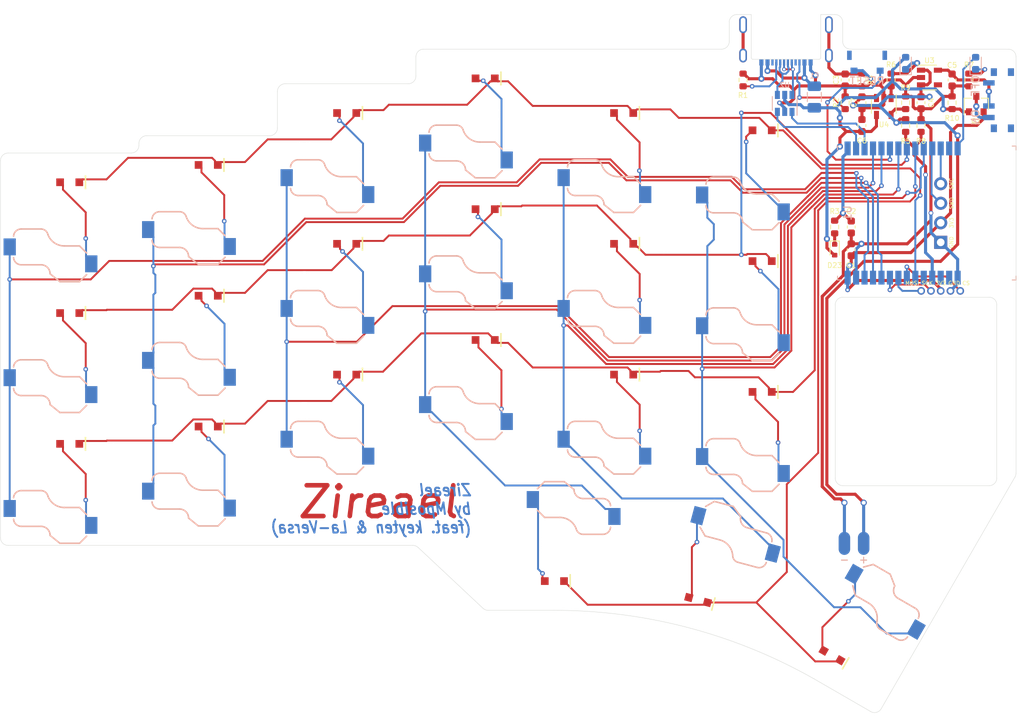
<source format=kicad_pcb>
(kicad_pcb (version 20221018) (generator pcbnew)
  (layers (0 "F.Cu" signal) (31 "B.Cu" signal) (34 "B.Paste" user) (35 "F.Paste" user) (36 "B.SilkS" user "B.Silkscreen") (37 "F.SilkS" user "F.Silkscreen") (38 "B.Mask" user) (39 "F.Mask" user) (44 "Edge.Cuts" user))
  (net 0 "")
  (net 1 "Net-(D1-Pad2)")
  (net 2 "ROW0")
  (net 3 "Net-(D2-Pad2)")
  (net 4 "Net-(D3-Pad2)")
  (net 5 "Net-(D4-Pad2)")
  (net 6 "Net-(D5-Pad2)")
  (net 7 "Net-(D6-Pad2)")
  (net 8 "Net-(D7-Pad2)")
  (net 9 "ROW1")
  (net 10 "Net-(D8-Pad2)")
  (net 11 "Net-(D9-Pad2)")
  (net 12 "Net-(D10-Pad2)")
  (net 13 "Net-(D11-Pad2)")
  (net 14 "Net-(D12-Pad2)")
  (net 15 "Net-(D13-Pad2)")
  (net 16 "ROW2")
  (net 17 "Net-(D14-Pad2)")
  (net 18 "Net-(D15-Pad2)")
  (net 19 "Net-(D16-Pad2)")
  (net 20 "Net-(D17-Pad2)")
  (net 21 "Net-(D18-Pad2)")
  (net 22 "ROW3")
  (net 23 "Net-(D20-Pad2)")
  (net 24 "Net-(D21-Pad2)")
  (net 25 "Net-(D22-Pad2)")
  (net 26 "COL0")
  (net 27 "COL1")
  (net 28 "COL2")
  (net 29 "COL3")
  (net 30 "COL4")
  (net 31 "COL5")
  (net 32 "Net-(J1-PadA5)")
  (net 33 "Net-(J1-PadB5)")
  (net 34 "VBAT")
  (net 35 "GND")
  (net 36 "+3V3")
  (net 37 "Net-(C2-Pad1)")
  (net 38 "GNDS")
  (net 39 "VBUS")
  (net 40 "REGBAT")
  (net 41 "Net-(D23-Pad1)")
  (net 42 "Net-(D24-Pad1)")
  (net 43 "BT_LED")
  (net 44 "Net-(F1-Pad2)")
  (net 45 "DBUS+")
  (net 46 "DBUS-")
  (net 47 "SWCLK")
  (net 48 "SWDIO")
  (net 49 "Net-(Q1-Pad3)")
  (net 50 "VSENSE")
  (net 51 "Net-(R9-Pad1)")
  (net 52 "RESET")
  (net 53 "D-")
  (net 54 "D+")
  (net 55 "Net-(R6-Pad1)")
  (net 56 "Net-(D25-Pad1)")
  (net 59 "MOSI")
  (net 60 "SCK")
  (net 61 "CS")
  (footprint "dao-choc-ble:Kailh_PG1350_hotswap" (layer "F.Cu") (at 86.1 87.446267)
    (fp_text reference "K7")
    (fp_text value "KEY_SWITCH" hide)
  )
  (footprint "Capacitor_SMD:C_0603_1608Metric" (layer "F.Cu") (at 187.683071 74.520836 90)
    (fp_text reference "C1")
    (fp_text value "10uF")
  )
  (footprint "dao-choc-ble:Kailh_PG1350_hotswap" (layer "F.Cu") (at 122.1 61.446267)
    (fp_text reference "K3")
    (fp_text value "KEY_SWITCH" hide)
  )
  (footprint "dao-choc-ble:D_SOD-323" (layer "F.Cu") (at 140.1 86.246267 180)
    (fp_text reference "D16" hide)
    (fp_text value "1N4148WS")
  )
  (footprint "dao-choc-ble:D_SOD-323" (layer "F.Cu") (at 122.1 90.746267 180)
    (fp_text reference "D15" hide)
    (fp_text value "1N4148WS")
  )
  (footprint "dao-choc-ble:PROG" (layer "F.Cu") (at 199.31 69.746268 180)
    (fp_text reference "J2" hide)
    (fp_text value "PROG")
  )
  (footprint "Package_TO_SOT_SMD:SOT-23" (layer "F.Cu") (at 203.938869 55.586263 90)
    (fp_text reference "Q1")
    (fp_text value "AO3401A")
  )
  (footprint "dao-choc-ble:Kailh_PG1350_hotswap" (layer "F.Cu") (at 176.1 63.696267)
    (fp_text reference "K6")
    (fp_text value "KEY_SWITCH" hide)
  )
  (footprint "dao-choc-ble:Kailh_PG1350_hotswap" (layer "F.Cu") (at 140.1 90.946267)
    (fp_text reference "K16")
    (fp_text value "KEY_SWITCH" hide)
  )
  (footprint "dao-choc-ble:Kailh_PG1350_hotswap" (layer "F.Cu") (at 140.1 73.946267)
    (fp_text reference "K10")
    (fp_text value "KEY_SWITCH" hide)
  )
  (footprint "Resistor_SMD:R_0603_1608Metric" (layer "F.Cu") (at 189.073 52.451263 90)
    (fp_text reference "R4")
    (fp_text value "1M")
  )
  (footprint "dao-choc-ble:D_SOD-323" (layer "F.Cu") (at 86.1 99.746267 180)
    (fp_text reference "D13" hide)
    (fp_text value "1N4148WS")
  )
  (footprint "dao-choc-ble:Kailh_PG1350_hotswap" (layer "F.Cu") (at 104.1 68.196267)
    (fp_text reference "K2")
    (fp_text value "KEY_SWITCH" hide)
  )
  (footprint "dao-choc-ble:Kailh_PG1350_hotswap" (layer "F.Cu") (at 122.1 78.446267)
    (fp_text reference "K9")
    (fp_text value "KEY_SWITCH" hide)
  )
  (footprint "Components:nice!view" (layer "F.Cu") (at 199.31 79.865016)
    (fp_text reference "J3")
    (fp_text value "nice!view")
  )
  (footprint "dao-choc-ble:Kailh_PG1350_hotswap" (layer "F.Cu") (at 187.5309 123.181967 150)
    (fp_text reference "K22")
    (fp_text value "KEY_SWITCH" hide)
  )
  (footprint "dao-choc-ble:Kailh_PG1350_hotswap" (layer "F.Cu") (at 122.1 95.446267)
    (fp_text reference "K15")
    (fp_text value "KEY_SWITCH" hide)
  )
  (footprint "Resistor_SMD:R_0603_1608Metric" (layer "F.Cu") (at 192.863 52.451263 90)
    (fp_text reference "R6")
    (fp_text value "1k")
  )
  (footprint "Resistor_SMD:R_0603_1608Metric" (layer "F.Cu") (at 186.893 55.411263 -90)
    (fp_text reference "R2")
    (fp_text value "5.1k")
  )
  (footprint "dao-choc-ble:Kailh_PG1350_hotswap" (layer "F.Cu") (at 86.1 104.446267)
    (fp_text reference "K13")
    (fp_text value "KEY_SWITCH" hide)
  )
  (footprint "dao-choc-ble:Kailh_PG1350_hotswap" (layer "F.Cu") (at 86.1 70.446267)
    (fp_text reference "K1")
    (fp_text value "KEY_SWITCH" hide)
  )
  (footprint "dao-choc-ble:Hole_4.2mm" (layer "F.Cu") (at 182.058 109.017767)
    (fp_text reference "H5" hide)
    (fp_text value "MountingHole 4.2mm" hide)
  )
  (footprint "dao-choc-ble:Kailh_PG1350_hotswap" (layer "F.Cu") (at 176.1 97.696267)
    (fp_text reference "K18")
    (fp_text value "KEY_SWITCH" hide)
  )
  (footprint "dao-choc-ble:D_SOD-323" (layer "F.Cu") (at 86.1 65.746267 180)
    (fp_text reference "D1" hide)
    (fp_text value "1N4148WS")
  )
  (footprint "dao-choc-ble:Hole_4.2mm" (layer "F.Cu") (at 94.807 95.946267)
    (fp_text reference "H3" hide)
    (fp_text value "MountingHole 4.2mm" hide)
  )
  (footprint "dao-choc-ble:Hole_4.2mm" (layer "F.Cu") (at 147.1309 101.915367)
    (fp_text reference "H4" hide)
    (fp_text value "MountingHole 4.2mm" hide)
  )
  (footprint "Package_TO_SOT_SMD:SOT-23-5" (layer "F.Cu") (at 197.85 52.131263)
    (fp_text reference "U3")
    (fp_text value "XC6220")
  )
  (footprint "Resistor_SMD:R_0603_1608Metric" (layer "F.Cu") (at 202.968 52.451263 90)
    (fp_text reference "R7")
    (fp_text value "1k")
  )
  (footprint "dao-choc-ble:Kailh_PG1350_hotswap" (layer "F.Cu") (at 176.1 80.696267)
    (fp_text reference "K12")
    (fp_text value "KEY_SWITCH" hide)
  )
  (footprint "Resistor_SMD:R_0603_1608Metric" (layer "F.Cu") (at 185.526071 71.560836 90)
    (fp_text reference "R3")
    (fp_text value "4.7")
  )
  (footprint "dao-choc-ble:D_SOD-323" (layer "F.Cu") (at 185.1809 127.252267 150)
    (fp_text reference "D22" hide)
    (fp_text value "1N4148WS")
  )
  (footprint "dao-choc-ble:D_SOD-323" (layer "F.Cu") (at 140.1 52.246267 180)
    (fp_text reference "D4" hide)
    (fp_text value "1N4148WS")
  )
  (footprint "Resistor_SMD:R_0603_1608Metric" (layer "F.Cu") (at 196.75 58.371263 90)
    (fp_text reference "R8")
    (fp_text value "2M")
  )
  (footprint "dao-choc-ble:D_SOD-323" (layer "F.Cu") (at 104.1 63.496267 180)
    (fp_text reference "D2" hide)
    (fp_text value "1N4148WS")
  )
  (footprint "Resistor_SMD:R_0603_1608Metric" (layer "F.Cu") (at 194.753 55.411263 90)
    (fp_text reference "R9")
    (fp_text value "RPROG")
  )
  (footprint "Resistor_SMD:R_0603_1608Metric" (layer "F.Cu") (at 173.625 52.451263 -90)
    (fp_text reference "R1")
    (fp_text value "5.1k")
  )
  (footprint "Capacitor_SMD:C_0603_1608Metric" (layer "F.Cu") (at 200.788 52.451263 -90)
    (fp_text reference "C5")
    (fp_text value "10uF")
  )
  (footprint "dao-choc-ble:Kailh_PG1350_hotswap" (layer "F.Cu") (at 140.1 56.946267)
    (fp_text reference "K4")
    (fp_text value "KEY_SWITCH" hide)
  )
  (footprint "Capacitor_SMD:C_0603_1608Metric" (layer "F.Cu") (at 196.75 55.411263 -90)
    (fp_text reference "C4")
    (fp_text value "10uF")
  )
  (footprint "Capacitor_SMD:C_0603_1608Metric" (layer "F.Cu") (at 189.073 55.411263 -90)
    (fp_text reference "C7")
    (fp_text value "4.7uF")
  )
  (footprint "dao-choc-ble:D_SOD-323" (layer "F.Cu") (at 104.1 80.496267 180)
    (fp_text reference "D8" hide)
    (fp_text value "1N4148WS")
  )
  (footprint "dao-choc-ble:Kailh_PG1350_hotswap" (layer "F.Cu") (at 158.1 61.446267)
    (fp_text reference "K5")
    (fp_text value "KEY_SWITCH" hide)
  )
  (footprint "Capacitor_SMD:C_0603_1608Metric" (layer "F.Cu") (at 187.683071 71.560836 -90)
    (fp_text reference "C2")
    (fp_text value "10uF")
  )
  (footprint "dao-choc-ble:D_SOD-323" (layer "F.Cu") (at 104.1 97.496267 180)
    (fp_text reference "D14" hide)
    (fp_text value "1N4148WS")
  )
  (footprint "Capacitor_SMD:C_0603_1608Metric" (layer "F.Cu") (at 189.073 58.371263 90)
    (fp_text reference "C6")
    (fp_text value "4.7uF")
  )
  (footprint "dao-choc-ble:D_SOD-323" (layer "F.Cu") (at 158.1 56.746267 180)
    (fp_text reference "D5" hide)
    (fp_text value "1N4148WS")
  )
  (footprint "dao-choc-ble:D_SOD-323" (layer "F.Cu") (at 176.1 92.996267 180)
    (fp_text reference "D18" hide)
    (fp_text value "1N4148WS")
  )
  (footprint "dao-choc-ble:Hole_4.2mm" (layer "F.Cu") (at 94.807 78.946267)
    (fp_text reference "H1" hide)
    (fp_text value "MountingHole 4.2mm" hide)
  )
  (footprint "Diode_SMD:D_SOD-523" (layer "F.Cu") (at 185.526071 74.520836 -90)
    (fp_text reference "D23")
    (fp_text value "1N5819W")
  )
  (footprint "dao-choc-ble:D_SOD-323" (layer "F.Cu") (at 158.1 73.746267 180)
    (fp_text reference "D11" hide)
    (fp_text value "1N4148WS")
  )
  (footprint "dao-choc-ble:D_SOD-323" (layer "F.Cu") (at 176.1 75.996267 180)
    (fp_text reference "D12" hide)
    (fp_text value "1N4148WS")
  )
  (footprint "dao-choc-ble:Kailh_PG1350_hotswap" (layer "F.Cu") (at 104.1 85.196267)
    (fp_text reference "K8")
    (fp_text value "KEY_SWITCH" hide)
  )
  (footprint "dao-choc-ble:D_SOD-323" (layer "F.Cu") (at 167.7768 120.043267 165)
    (fp_text reference "D21" hide)
    (fp_text value "1N4148WS")
  )
  (footprint "Package_TO_SOT_SMD:SOT-23-5" (layer "F.Cu") (at 191.913 55.896263 -90)
    (fp_text reference "U4")
    (fp_text value "MCP73831")
  )
  (footprint "dao-choc-ble:Kailh_PG1350_hotswap" (layer "F.Cu") (at 158.1 78.446267)
    (fp_text reference "K11")
    (fp_text value "KEY_SWITCH" hide)
  )
  (footprint "Capacitor_SMD:C_0603_1608Metric" (layer "F.Cu") (at 186.893 52.451263 90)
    (fp_text reference "C3")
    (fp_text value "1nF")
  )
  (footprint "dao-choc-ble:Kailh_PG1350_hotswap" (layer "F.Cu") (at 149.1 112.884467 180)
    (fp_text reference "K20")
    (fp_text value "KEY_SWITCH" hide)
  )
  (footprint "dao-choc-ble:Kailh_PG1350_hotswap" (layer "F.Cu") (at 104.1 102.196267)
    (fp_text reference "K14")
    (fp_text value "KEY_SWITCH" hide)
  )
  (footprint "dao-choc-ble:D_SOD-323" (layer "F.Cu") (at 122.1 56.746267 180)
    (fp_text reference "D3" hide)
    (fp_text value "1N4148WS")
  )
  (footprint "dao-choc-ble:D_SOD-323" (layer "F.Cu") (at 158.1 90.746267 180)
    (fp_text reference "D17" hide)
    (fp_text value "1N4148WS")
  )
  (footprint "dao-choc-ble:Kailh_PG1350_hotswap" (layer "F.Cu") (at 168.9933 115.503467 165)
    (fp_text reference "K21")
    (fp_text value "KEY_SWITCH" hide)
  )
  (footprint "dao-choc-ble:D_SOD-323" (layer "F.Cu") (at 140.1 69.246267 180)
    (fp_text reference "D10" hide)
    (fp_text value "1N4148WS")
  )
  (footprint "dao-choc-ble:Kailh_PG1350_hotswap" (layer "F.Cu") (at 158.1 95.446267)
    (fp_text reference "K17")
    (fp_text value "KEY_SWITCH" hide)
  )
  (footprint "dao-choc-ble:Hole_4.2mm" (layer "F.Cu") (at 167.393 72.196267)
    (fp_text reference "H2" hide)
    (fp_text value "MountingHole 4.2mm" hide)
  )
  (footprint "dao-choc-ble:D_SOD-323" (layer "F.Cu") (at 86.1 82.746267 180)
    (fp_text reference "D7" hide)
    (fp_text value "1N4148WS")
  )
  (footprint "dao-choc-ble:D_SOD-323" (layer "F.Cu") (at 149.1 117.584467 180)
    (fp_text reference "D20" hide)
    (fp_text value "1N4148WS")
  )
  (footprint "Resistor_SMD:R_0603_1608Metric" (layer "F.Cu") (at 200.788 55.411263 -90)
    (fp_text reference "R10")
    (fp_text value "100k")
  )
  (footprint "dao-choc-ble:D_SOD-323" (layer "F.Cu") (at 176.1 58.996263 180)
    (fp_text reference "D6" hide)
    (fp_text value "1N4148WS")
  )
  (footprint "dao-choc-ble:D_SOD-323" (layer "F.Cu") (at 122.1 73.746267 180)
    (fp_text reference "D9" hide)
    (fp_text value "1N4148WS")
  )
  (footprint "Resistor_SMD:R_0603_1608Metric" (layer "F.Cu") (at 194.753 58.371263 -90)
    (fp_text reference "R5")
    (fp_text value "806k")
  )
  (footprint "dao-choc-ble:MINEW_MS88SF2" (layer "B.Cu") (at 209.1 69.746268 90)
    (fp_text reference "U1")
    (fp_text value "MS88SF2")
  )
  (footprint "Fuse:Fuse_1206_3216Metric" (layer "B.Cu") (at 182.883071 54.666263 90)
    (fp_text reference "F1")
    (fp_text value "500mA")
  )
  (footprint "dao-choc-ble:TS-1086E" (layer "B.Cu") (at 189.74 48.946268 180)
    (fp_text reference "SW2" hide)
    (fp_text value "RESET")
  )
  (footprint "LED_SMD:LED_0603_1608Metric" (layer "B.Cu") (at 203.85 50.286263 90)
    (fp_text reference "D25" hide)
    (fp_text value "BLUE" hide)
  )
  (footprint "LED_SMD:LED_0603_1608Metric" (layer "B.Cu") (at 194.753 50.286263 90)
    (fp_text reference "D24" hide)
    (fp_text value "RED" hide)
  )
  (footprint "dao-choc-ble:Battery" (layer "B.Cu") (at 188.043606 112.681967)
    (fp_text reference "BT1" hide)
    (fp_text value "Battery_Cell")
  )
  (footprint "dao-choc-ble:USB-C_C168688" (layer "B.Cu") (at 179.2 43.171263 180)
    (fp_text reference "J1" hide)
    (fp_text value "USB")
  )
  (footprint "Package_TO_SOT_SMD:SOT-23-6" (layer "B.Cu") (at 179.033071 55.496263 90)
    (fp_text reference "U2")
    (fp_text value "USBLC6-2SC6" hide)
  )
  (footprint "dao-choc-ble:MSK-12C02" (layer "B.Cu") (at 208.6 55.081263 90)
    (fp_text reference "SW1" hide)
    (fp_text value "ON_OFF")
  )
  (gr_line (start 185.6 81.683763) (end 185.6 104.183763) (stroke (width 0.05)) (layer "Edge.Cuts"))
  (gr_arc (start 186.6 105.183763) (mid 185.892893 104.89087) (end 185.6 104.183763) (stroke (width 0.05)) (layer "Edge.Cuts"))
  (gr_arc (start 191.575007 134.177098) (mid 190.967793 134.643027) (end 190.208968 134.543118) (stroke (width 0.05)) (layer "Edge.Cuts"))
  (gr_line (start 185.575 43.946268) (end 183.725 43.946268) (stroke (width 0.05)) (layer "Edge.Cuts"))
  (gr_arc (start 77.1 62.946267) (mid 77.392893 62.23916) (end 78.1 61.946267) (stroke (width 0.05)) (layer "Edge.Cuts"))
  (gr_arc (start 113.1 53.946268) (mid 113.392893 53.239161) (end 114.1 52.946268) (stroke (width 0.05)) (layer "Edge.Cuts"))
  (gr_arc (start 206.6 104.183763) (mid 206.307107 104.89087) (end 205.6 105.183763) (stroke (width 0.05)) (layer "Edge.Cuts"))
  (gr_line (start 187.575 48.446268) (end 208.1 48.446268) (stroke (width 0.05)) (layer "Edge.Cuts"))
  (gr_line (start 209.1 49.446268) (end 209.1 103.554893) (stroke (width 0.05)) (layer "Edge.Cuts"))
  (gr_arc (start 187.575 48.446268) (mid 186.867893 48.153375) (end 186.575 47.446268) (stroke (width 0.05)) (layer "Edge.Cuts"))
  (gr_line (start 77.1 62.946267) (end 77.1 111.946267) (stroke (width 0.05)) (layer "Edge.Cuts"))
  (gr_line (start 78.1 61.946267) (end 94.1 61.946267) (stroke (width 0.05)) (layer "Edge.Cuts"))
  (gr_line (start 205.6 80.683763) (end 186.6 80.683763) (stroke (width 0.05)) (layer "Edge.Cuts"))
  (gr_arc (start 205.6 80.683763) (mid 206.307107 80.976656) (end 206.6 81.683763) (stroke (width 0.05)) (layer "Edge.Cuts"))
  (gr_arc (start 166.793332 123.713791) (mid 175.030011 126.492501) (end 182.84788 130.293162) (stroke (width 0.05)) (layer "Edge.Cuts"))
  (gr_line (start 131.1 51.946268) (end 131.1 49.446268) (stroke (width 0.05)) (layer "Edge.Cuts"))
  (gr_line (start 183.725 43.946268) (end 183.725 49.521263) (stroke (width 0.05)) (layer "Edge.Cuts"))
  (gr_arc (start 171.825 44.946268) (mid 172.117893 44.239161) (end 172.825 43.946268) (stroke (width 0.05)) (layer "Edge.Cuts"))
  (gr_line (start 171.825 47.446268) (end 171.825 44.946268) (stroke (width 0.05)) (layer "Edge.Cuts"))
  (gr_line (start 186.575 44.946268) (end 186.575 47.446268) (stroke (width 0.05)) (layer "Edge.Cuts"))
  (gr_line (start 149.1 121.384419) (end 140.495469 121.384419) (stroke (width 0.05)) (layer "Edge.Cuts"))
  (gr_line (start 130.70453 112.946267) (end 78.099999 112.946267) (stroke (width 0.05)) (layer "Edge.Cuts"))
  (gr_arc (start 149.099999 121.384418) (mid 158.023003 121.969263) (end 166.793332 123.71379) (stroke (width 0.05)) (layer "Edge.Cuts"))
  (gr_line (start 183.475 49.771263) (end 174.925 49.771263) (stroke (width 0.05)) (layer "Edge.Cuts"))
  (gr_arc (start 174.925 49.771263) (mid 174.748223 49.69804) (end 174.675 49.521263) (stroke (width 0.05)) (layer "Edge.Cuts"))
  (gr_arc (start 185.6 81.683763) (mid 185.892893 80.976656) (end 186.6 80.683763) (stroke (width 0.05)) (layer "Edge.Cuts"))
  (gr_line (start 174.675 43.946268) (end 174.675 49.521263) (stroke (width 0.05)) (layer "Edge.Cuts"))
  (gr_line (start 96.1 59.696268) (end 112.1 59.696268) (stroke (width 0.05)) (layer "Edge.Cuts"))
  (gr_arc (start 131.1 49.446268) (mid 131.392893 48.739161) (end 132.1 48.446268) (stroke (width 0.05)) (layer "Edge.Cuts"))
  (gr_arc (start 95.1 60.696268) (mid 95.392893 59.989161) (end 96.1 59.696268) (stroke (width 0.05)) (layer "Edge.Cuts"))
  (gr_line (start 114.1 52.946268) (end 130.1 52.946268) (stroke (width 0.05)) (layer "Edge.Cuts"))
  (gr_line (start 113.1 58.696268) (end 113.1 53.946268) (stroke (width 0.05)) (layer "Edge.Cuts"))
  (gr_line (start 139.8115 121.11393) (end 131.388499 113.216756) (stroke (width 0.05)) (layer "Edge.Cuts"))
  (gr_arc (start 171.825 47.446268) (mid 171.532107 48.153375) (end 170.825 48.446268) (stroke (width 0.05)) (layer "Edge.Cuts"))
  (gr_line (start 206.6 104.183763) (end 206.6 81.683763) (stroke (width 0.05)) (layer "Edge.Cuts"))
  (gr_line (start 186.6 105.183763) (end 205.6 105.183763) (stroke (width 0.05)) (layer "Edge.Cuts"))
  (gr_line (start 191.575007 134.177098) (end 208.966026 104.054892) (stroke (width 0.05)) (layer "Edge.Cuts"))
  (gr_line (start 95.1 60.946268) (end 95.1 60.696268) (stroke (width 0.05)) (layer "Edge.Cuts"))
  (gr_arc (start 78.099999 112.946266) (mid 77.392893 112.653373) (end 77.1 111.946267) (stroke (width 0.05)) (layer "Edge.Cuts"))
  (gr_arc (start 131.1 51.946268) (mid 130.807107 52.653375) (end 130.1 52.946268) (stroke (width 0.05)) (layer "Edge.Cuts"))
  (gr_line (start 182.848 130.293118) (end 190.208968 134.543118) (stroke (width 0.05)) (layer "Edge.Cuts"))
  (gr_line (start 172.825 43.946268) (end 174.675 43.946268) (stroke (width 0.05)) (layer "Edge.Cuts"))
  (gr_arc (start 185.575 43.946268) (mid 186.282107 44.239161) (end 186.575 44.946268) (stroke (width 0.05)) (layer "Edge.Cuts"))
  (gr_arc (start 140.495469 121.384419) (mid 140.127713 121.314341) (end 139.8115 121.11393) (stroke (width 0.05)) (layer "Edge.Cuts"))
  (gr_arc (start 95.1 60.946267) (mid 94.807107 61.653374) (end 94.1 61.946267) (stroke (width 0.05)) (layer "Edge.Cuts"))
  (gr_arc (start 208.1 48.446268) (mid 208.807107 48.739161) (end 209.1 49.446268) (stroke (width 0.05)) (layer "Edge.Cuts"))
  (gr_arc (start 209.1 103.554893) (mid 209.065926 103.813711) (end 208.966026 104.054892) (stroke (width 0.05)) (layer "Edge.Cuts"))
  (gr_arc (start 130.70453 112.946267) (mid 131.072286 113.016345) (end 131.388499 113.216756) (stroke (width 0.05)) (layer "Edge.Cuts"))
  (gr_line (start 170.825 48.446268) (end 132.1 48.446268) (stroke (width 0.05)) (layer "Edge.Cuts"))
  (gr_arc (start 183.725 49.521263) (mid 183.651777 49.69804) (end 183.475 49.771263) (stroke (width 0.05)) (layer "Edge.Cuts"))
  (gr_arc (start 113.1 58.696268) (mid 112.807107 59.403375) (end 112.1 59.696268) (stroke (width 0.05)) (layer "Edge.Cuts"))
  (gr_text "Zireael" (at 126.2409 107.311967) (layer "F.Cu") (effects (font (size 4 4) (thickness 0.6) italic)))
  (gr_text "Zireael\nby Mposible\n(feat. keyten & La-Versa)" (at 138.486097 108.181967) (layer "B.Cu") (effects (font (size 1.5 1.3) (thickness 0.25) italic) (justify left mirror)))
  (segment (start 84.85 65.746267) (end 85.225 66.121267) (width 0.25) (layer "F.Cu") (net 1))
  (segment (start 88.1833 69.665067) (end 88.1833 73.055567) (width 0.25) (layer "F.Cu") (net 1))
  (segment (start 85.225 66.706767) (end 88.1833 69.665067) (width 0.25) (layer "F.Cu") (net 1))
  (segment (start 85.225 66.121267) (end 85.225 66.246267) (width 0.25) (layer "F.Cu") (net 1))
  (segment (start 85.225 66.246267) (end 85.225 66.706767) (width 0.25) (layer "F.Cu") (net 1))
  (via (at 88.1833 73.055567) (size 0.6) (drill 0.3) (layers "F.Cu" "B.Cu") (net 1))
  (segment (start 88.225 73.097267) (end 88.225 75.246267) (width 0.25) (layer "B.Cu") (net 1))
  (segment (start 88.1833 73.055567) (end 88.225 73.097267) (width 0.25) (layer "B.Cu") (net 1))
  (segment (start 88.225 75.371267) (end 88.9 76.346267) (width 0.25) (layer "B.Cu") (net 1))
  (segment (start 88.225 75.246267) (end 88.225 75.371267) (width 0.25) (layer "B.Cu") (net 1))
  (segment (start 87.35 65.746267) (end 87.725 65.371267) (width 0.25) (layer "F.Cu") (net 2))
  (segment (start 146.2788 55.821267) (end 158.6018 55.821267) (width 0.25) (layer "F.Cu") (net 2))
  (segment (start 93.686 62.571267) (end 104.6018 62.571267) (width 0.25) (layer "F.Cu") (net 2))
  (segment (start 183.7809 63.949163) (end 178.828 58.996263) (width 0.25) (layer "F.Cu") (net 2))
  (segment (start 105.35 63.496267) (end 105.725 63.121267) (width 0.25) (layer "F.Cu") (net 2))
  (segment (start 122.975 57.121267) (end 123.35 56.746267) (width 0.25) (layer "F.Cu") (net 2))
  (segment (start 104.975 62.996267) (end 104.975 63.121267) (width 0.25) (layer "F.Cu") (net 2))
  (segment (start 196.640989 67.455263) (end 196.640989 65.229252) (width 0.25) (layer "F.Cu") (net 2))
  (segment (start 111.8365 60.170767) (end 120.1023 60.170767) (width 0.25) (layer "F.Cu") (net 2))
  (segment (start 122.975 57.246267) (end 122.975 57.121267) (width 0.25) (layer "F.Cu") (net 2))
  (segment (start 123.85 56.371267) (end 126.8861 56.371267) (width 0.25) (layer "F.Cu") (net 2))
  (segment (start 159.824521 56.271746) (end 164.167681 56.271746) (width 0.25) (layer "F.Cu") (net 2))
  (segment (start 158.6018 55.821267) (end 158.975 56.194467) (width 0.25) (layer "F.Cu") (net 2))
  (segment (start 158.975 56.194467) (end 158.975 56.246267) (width 0.25) (layer "F.Cu") (net 2))
  (segment (start 123.35 56.746267) (end 123.725 56.371267) (width 0.25) (layer "F.Cu") (net 2))
  (segment (start 140.575 52.844467) (end 140.7982 52.621267) (width 0.25) (layer "F.Cu") (net 2))
  (segment (start 108.886 63.121267) (end 111.8365 60.170767) (width 0.25) (layer "F.Cu") (net 2))
  (segment (start 164.167681 56.271746) (end 165.273071 57.377136) (width 0.25) (layer "F.Cu") (net 2))
  (segment (start 175.738525 57.377136) (end 177.233927 58.872538) (width 0.25) (layer "F.Cu") (net 2))
  (segment (start 141.35 52.246267) (end 141.725 52.621267) (width 0.25) (layer "F.Cu") (net 2))
  (segment (start 126.8861 56.371267) (end 127.5866 55.670767) (width 0.25) (layer "F.Cu") (net 2))
  (segment (start 123.725 56.371267) (end 123.85 56.371267) (width 0.25) (layer "F.Cu") (net 2))
  (segment (start 141.725 52.621267) (end 141.85 52.621267) (width 0.25) (layer "F.Cu") (net 2))
  (segment (start 104.6018 62.571267) (end 104.975 62.944467) (width 0.25) (layer "F.Cu") (net 2))
  (segment (start 140.7982 52.621267) (end 140.85 52.621267) (width 0.25) (layer "F.Cu") (net 2))
  (segment (start 177.233927 58.872538) (end 177.403071 58.872538) (width 0.25) (layer "F.Cu") (net 2))
  (segment (start 165.273071 57.377136) (end 175.738525 57.377136) (width 0.25) (layer "F.Cu") (net 2))
  (segment (start 104.975 63.121267) (end 105.35 63.496267) (width 0.25) (layer "F.Cu") (net 2))
  (segment (start 196.640989 65.229252) (end 195.3609 63.949163) (width 0.25) (layer "F.Cu") (net 2))
  (segment (start 140.85 52.621267) (end 140.975 52.621267) (width 0.25) (layer "F.Cu") (net 2))
  (segment (start 127.5866 55.670767) (end 137.7573 55.670767) (width 0.25) (layer "F.Cu") (net 2))
  (segment (start 120.1023 60.170767) (end 122.975 57.298067) (width 0.25) (layer "F.Cu") (net 2))
  (segment (start 90.886 65.371267) (end 93.686 62.571267) (width 0.25) (layer "F.Cu") (net 2))
  (segment (start 140.575 52.853067) (end 140.575 52.844467) (width 0.25) (layer "F.Cu") (net 2))
  (segment (start 105.725 63.121267) (end 105.85 63.121267) (width 0.25) (layer "F.Cu") (net 2))
  (segment (start 159.35 56.746267) (end 159.824521 56.271746) (width 0.25) (layer "F.Cu") (net 2))
  (segment (start 141.85 52.621267) (end 143.0788 52.621267) (width 0.25) (layer "F.Cu") (net 2))
  (segment (start 105.85 63.121267) (end 108.886 63.121267) (width 0.25) (layer "F.Cu") (net 2))
  (segment (start 143.0788 52.621267) (end 146.2788 55.821267) (width 0.25) (layer "F.Cu") (net 2))
  (segment (start 178.828 58.996263) (end 177.35 58.996263) (width 0.25) (layer "F.Cu") (net 2))
  (segment (start 122.975 57.298067) (end 122.975 57.246267) (width 0.25) (layer "F.Cu") (net 2))
  (segment (start 87.85 65.371267) (end 90.886 65.371267) (width 0.25) (layer "F.Cu") (net 2))
  (segment (start 158.975 56.371267) (end 159.35 56.746267) (width 0.25) (layer "F.Cu") (net 2))
  (segment (start 140.975 52.621267) (end 141.35 52.246267) (width 0.25) (layer "F.Cu") (net 2))
  (segment (start 87.725 65.371267) (end 87.85 65.371267) (width 0.25) (layer "F.Cu") (net 2))
  (segment (start 137.7573 55.670767) (end 140.575 52.853067) (width 0.25) (layer "F.Cu") (net 2))
  (segment (start 104.975 62.944467) (end 104.975 62.996267) (width 0.25) (layer "F.Cu") (net 2))
  (segment (start 158.975 56.246267) (end 158.975 56.371267) (width 0.25) (layer "F.Cu") (net 2))
  (segment (start 195.3609 63.949163) (end 183.7809 63.949163) (width 0.25) (layer "F.Cu") (net 2))
  (via (at 196.640989 67.455263) (size 0.6) (drill 0.3) (layers "F.Cu" "B.Cu") (net 2))
  (segment (start 196.640989 67.455263) (end 196.01 68.086252) (width 0.25) (layer "B.Cu") (net 2))
  (segment (start 196.01 68.086252) (end 196.01 78.146268) (width 0.25) (layer "B.Cu") (net 2))
  (segment (start 103.225 63.996267) (end 103.225 64.456767) (width 0.25) (layer "F.Cu") (net 3))
  (segment (start 103.225 64.456767) (end 106.1833 67.415067) (width 0.25) (layer "F.Cu") (net 3))
  (segment (start 103.225 63.871267) (end 103.225 63.996267) (width 0.25) (layer "F.Cu") (net 3))
  (segment (start 106.1833 67.415067) (end 106.1833 70.805567) (width 0.25) (layer "F.Cu") (net 3))
  (segment (start 102.85 63.496267) (end 103.225 63.871267) (width 0.25) (layer "F.Cu") (net 3))
  (via (at 106.1833 70.805567) (size 0.6) (drill 0.3) (layers "F.Cu" "B.Cu") (net 3))
  (segment (start 106.225 73.121267) (end 106.9 74.096267) (width 0.25) (layer "B.Cu") (net 3))
  (segment (start 106.225 72.996267) (end 106.225 73.121267) (width 0.25) (layer "B.Cu") (net 3))
  (segment (start 106.1833 70.805567) (end 106.225 70.847267) (width 0.25) (layer "B.Cu") (net 3))
  (segment (start 106.225 70.847267) (end 106.225 72.996267) (width 0.25) (layer "B.Cu") (net 3))
  (segment (start 120.85 56.746267) (end 121.1626 57.121267) (width 0.25) (layer "F.Cu") (net 4))
  (segment (start 121.1626 57.121267) (end 121.1626 57.246267) (width 0.25) (layer "F.Cu") (net 4))
  (segment (start 121.1626 57.246267) (end 121.1626 57.746267) (width 0.25) (layer "F.Cu") (net 4))
  (via (at 121.1626 57.746267) (size 0.6) (drill 0.3) (layers "F.Cu" "B.Cu") (net 4))
  (segment (start 124.225 60.706867) (end 124.225 66.246267) (width 0.25) (layer "B.Cu") (net 4))
  (segment (start 121.2644 57.746267) (end 124.225 60.706867) (width 0.25) (layer "B.Cu") (net 4))
  (segment (start 124.225 66.246267) (end 124.225 66.371267) (width 0.25) (layer "B.Cu") (net 4))
  (segment (start 121.1626 57.746267) (end 121.2644 57.746267) (width 0.25) (layer "B.Cu") (net 4))
  (segment (start 124.225 66.371267) (end 124.9 67.346267) (width 0.25) (layer "B.Cu") (net 4))
  (segment (start 139.225 52.552767) (end 139.35 52.552767) (width 0.25) (layer "F.Cu") (net 5))
  (segment (start 139.35 52.552767) (end 139.85 52.552767) (width 0.25) (layer "F.Cu") (net 5))
  (segment (start 138.85 52.246267) (end 139.225 52.552767) (width 0.25) (layer "F.Cu") (net 5))
  (via (at 139.85 52.552767) (size 0.6) (drill 0.3) (layers "F.Cu" "B.Cu") (net 5))
  (segment (start 142.225 61.871267) (end 142.9 62.846267) (width 0.25) (layer "B.Cu") (net 5))
  (segment (start 142.225 54.927767) (end 142.225 61.746267) (width 0.25) (layer "B.Cu") (net 5))
  (segment (start 142.225 61.746267) (end 142.225 61.871267) (width 0.25) (layer "B.Cu") (net 5))
  (segment (start 139.85 52.552767) (end 142.225 54.927767) (width 0.25) (layer "B.Cu") (net 5))
  (segment (start 160.174521 60.573132) (end 157.227561 57.626172) (width 0.25) (layer "F.Cu") (net 6))
  (segment (start 157.227561 57.123828) (end 156.85 56.746267) (width 0.25) (layer "F.Cu") (net 6))
  (segment (start 160.174521 64.219212) (end 160.174521 60.573132) (width 0.25) (layer "F.Cu") (net 6))
  (segment (start 157.227561 57.626172) (end 157.227561 57.123828) (width 0.25) (layer "F.Cu") (net 6))
  (segment (start 160.147561 64.246172) (end 160.174521 64.219212) (width 0.25) (layer "F.Cu") (net 6))
  (via (at 160.147561 64.246172) (size 0.6) (drill 0.3) (layers "F.Cu" "B.Cu") (net 6))
  (segment (start 160.225 64.323611) (end 160.225 66.371267) (width 0.25) (layer "B.Cu") (net 6))
  (segment (start 160.147561 64.246172) (end 160.225 64.323611) (width 0.25) (layer "B.Cu") (net 6))
  (segment (start 160.225 66.371267) (end 160.9 67.346267) (width 0.25) (layer "B.Cu") (net 6))
  (segment (start 174.023071 60.490836) (end 174.023071 59.823196) (width 0.25) (layer "F.Cu") (net 7))
  (segment (start 174.023071 59.823196) (end 174.85 58.996267) (width 0.25) (layer "F.Cu") (net 7))
  (via (at 174.023071 60.490836) (size 0.6) (drill 0.3) (layers "F.Cu" "B.Cu") (net 7))
  (segment (start 178.9 69.457765) (end 178.9 69.596267) (width 0.25) (layer "B.Cu") (net 7))
  (segment (start 174.023071 60.490836) (end 174.025479 60.493244) (width 0.25) (layer "B.Cu") (net 7))
  (segment (start 174.025479 60.493244) (end 174.025479 64.583244) (width 0.25) (layer "B.Cu") (net 7))
  (segment (start 174.025479 64.583244) (end 178.9 69.457765) (width 0.25) (layer "B.Cu") (net 7))
  (segment (start 88.1833 86.665067) (end 88.1833 90.055567) (width 0.25) (layer "F.Cu") (net 8))
  (segment (start 85.225 83.706767) (end 88.1833 86.665067) (width 0.25) (layer "F.Cu") (net 8))
  (segment (start 85.225 83.121267) (end 85.225 83.246267) (width 0.25) (layer "F.Cu") (net 8))
  (segment (start 85.225 83.246267) (end 85.225 83.706767) (width 0.25) (layer "F.Cu") (net 8))
  (segment (start 84.85 82.746267) (end 85.225 83.121267) (width 0.25) (layer "F.Cu") (net 8))
  (via (at 88.1833 90.055567) (size 0.6) (drill 0.3) (layers "F.Cu" "B.Cu") (net 8))
  (segment (start 88.1833 90.055567) (end 88.225 90.097267) (width 0.25) (layer "B.Cu") (net 8))
  (segment (start 88.225 90.097267) (end 88.225 92.246267) (width 0.25) (layer "B.Cu") (net 8))
  (segment (start 88.225 92.246267) (end 88.225 92.371267) (width 0.25) (layer "B.Cu") (net 8))
  (segment (start 88.225 92.371267) (end 88.9 93.346267) (width 0.25) (layer "B.Cu") (net 8))
  (segment (start 159.9018 74.121267) (end 160.9523 75.171767) (width 0.25) (layer "F.Cu") (net 9))
  (segment (start 176.975 75.444467) (end 176.975 75.496267) (width 0.25) (layer "F.Cu") (net 9))
  (segment (start 122.975 74.246267) (end 122.975 74.121267) (width 0.25) (layer "F.Cu") (net 9))
  (segment (start 183.949198 63.481743) (end 177.197718 56.730263) (width 0.25) (layer "F.Cu") (net 9))
  (segment (start 105.725 80.121267) (end 105.85 80.121267) (width 0.25) (layer "F.Cu") (net 9))
  (segment (start 141.725 68.871267) (end 144.816818 68.871267) (width 0.25) (layer "F.Cu") (net 9))
  (segment (start 108.886 80.121267) (end 111.8365 77.170767) (width 0.25) (layer "F.Cu") (net 9))
  (segment (start 122.975 74.121267) (end 123.35 73.746267) (width 0.25) (layer "F.Cu") (net 9))
  (segment (start 174.0735 75.171767) (end 174.174 75.071267) (width 0.25) (layer "F.Cu") (net 9))
  (segment (start 123.85 73.371267) (end 126.886 73.371267) (width 0.25) (layer "F.Cu") (net 9))
  (segment (start 176.975 75.621267) (end 177.35 75.996267) (width 0.25) (layer "F.Cu") (net 9))
  (segment (start 159.35 73.746267) (end 159.725 74.121267) (width 0.25) (layer "F.Cu") (net 9))
  (segment (start 160.9523 75.171767) (end 173.399496 75.171767) (width 0.25) (layer "F.Cu") (net 9))
  (segment (start 140.975 69.746267) (end 140.975 69.621267) (width 0.25) (layer "F.Cu") (net 9))
  (segment (start 173.399496 75.171767) (end 174.0735 75.171767) (width 0.25) (layer "F.Cu") (net 9))
  (segment (start 194.238257 63.481743) (end 183.949198 63.481743) (width 0.25) (layer "F.Cu") (net 9))
  (segment (start 90.9365 82.320767) (end 99.4245 82.320767) (width 0.25) (layer "F.Cu") (net 9))
  (segment (start 144.816818 68.871267) (end 144.916339 68.771746) (width 0.25) (layer "F.Cu") (net 9))
  (segment (start 144.916339 68.771746) (end 154.623135 68.771746) (width 0.25) (layer "F.Cu") (net 9))
  (segment (start 174.174 75.071267) (end 176.6018 75.071267) (width 0.25) (layer "F.Cu") (net 9))
  (segment (start 158.975 73.123611) (end 158.975 73.371267) (width 0.25) (layer "F.Cu") (net 9))
  (segment (start 176.6018 75.071267) (end 176.975 75.444467) (width 0.25) (layer "F.Cu") (net 9))
  (segment (start 154.623135 68.771746) (end 158.975 73.123611) (width 0.25) (layer "F.Cu") (net 9))
  (segment (start 102.174 79.571267) (end 104.6018 79.571267) (width 0.25) (layer "F.Cu") (net 9))
  (segment (start 140.975 69.798067) (end 140.975 69.746267) (width 0.25) (layer "F.Cu") (net 9))
  (segment (start 111.8365 77.170767) (end 120.158 77.170767) (width 0.25) (layer "F.Cu") (net 9))
  (segment (start 159.85 74.121267) (end 159.9018 74.121267) (width 0.25) (layer "F.Cu") (net 9))
  (segment (start 140.975 69.621267) (end 141.35 69.246267) (width 0.25) (layer "F.Cu") (net 9))
  (segment (start 138.1023 72.670767) (end 140.975 69.798067) (width 0.25) (layer "F.Cu") (net 9))
  (segment (start 104.975 80.121267) (end 105.35 80.496267) (width 0.25) (layer "F.Cu") (net 9))
  (segment (start 104.975 79.996267) (end 104.975 80.121267) (width 0.25) (layer "F.Cu") (net 9))
  (segment (start 87.35 82.746267) (end 87.725 82.371267) (width 0.25) (layer "F.Cu") (net 9))
  (segment (start 87.85 82.371267) (end 90.886 82.371267) (width 0.25) (layer "F.Cu") (net 9))
  (segment (start 104.6018 79.571267) (end 104.975 79.944467) (width 0.25) (layer "F.Cu") (net 9))
  (segment (start 194.91 62.81) (end 194.238257 63.481743) (width 0.25) (layer "F.Cu") (net 9))
  (segment (start 122.975 74.353767) (end 122.975 74.246267) (width 0.25) (layer "F.Cu") (net 9))
  (segment (start 177.197718 56.730263) (end 173.39856 56.730263) (width 0.25) (layer "F.Cu") (net 9))
  (segment (start 127.5865 72.670767) (end 138.1023 72.670767) (width 0.25) (layer "F.Cu") (net 9))
  (segment (start 99.4245 82.320767) (end 102.174 79.571267) (width 0.25) (layer "F.Cu") (net 9))
  (segment (start 176.975 75.496267) (end 176.975 75.621267) (width 0.25) (layer "F.Cu") (net 9))
  (segment (start 123.35 73.746267) (end 123.725 73.371267) (width 0.25) (layer "F.Cu") (net 9))
  (segment (start 141.35 69.246267) (end 141.725 68.871267) (width 0.25) (layer "F.Cu") (net 9))
  (segment (start 123.725 73.371267) (end 123.85 73.371267) (width 0.25) (layer "F.Cu") (net 9))
  (segment (start 158.975 73.371267) (end 159.35 73.746267) (width 0.25) (layer "F.Cu") (net 9))
  (segment (start 159.725 74.121267) (end 159.85 74.121267) (width 0.25) (layer "F.Cu") (net 9))
  (segment (start 87.725 82.371267) (end 87.85 82.371267) (width 0.25) (layer "F.Cu") (net 9))
  (segment (start 90.886 82.371267) (end 90.9365 82.320767) (width 0.25) (layer "F.Cu") (net 9))
  (segment (start 120.158 77.170767) (end 122.975 74.353767) (width 0.25) (layer "F.Cu") (net 9))
  (segment (start 126.886 73.371267) (end 127.5865 72.670767) (width 0.25) (layer "F.Cu") (net 9))
  (segment (start 105.85 80.121267) (end 108.886 80.121267) (width 0.25) (layer "F.Cu") (net 9))
  (segment (start 104.975 79.944467) (end 104.975 79.996267) (width 0.25) (layer "F.Cu") (net 9))
  (segment (start 105.35 80.496267) (end 105.725 80.121267) (width 0.25) (layer "F.Cu") (net 9))
  (via (at 173.399496 75.171767) (size 0.6) (drill 0.3) (layers "F.Cu" "B.Cu") (net 9))
  (via (at 194.91 62.81) (size 0.6) (drill 0.3) (layers "F.Cu" "B.Cu") (net 9))
  (via (at 173.39856 56.730263) (size 0.6) (drill 0.3) (layers "F.Cu" "B.Cu") (net 9))
  (segment (start 173.39856 56.730263) (end 173.39856 75.170831) (width 0.25) (layer "B.Cu") (net 9))
  (segment (start 173.39856 75.170831) (end 173.399496 75.171767) (width 0.25) (layer "B.Cu") (net 9))
  (segment (start 194.91 61.346268) (end 194.91 62.81) (width 0.25) (layer "B.Cu") (net 9))
  (segment (start 103.225 80.871267) (end 103.225 80.996267) (width 0.25) (layer "F.Cu") (net 10))
  (segment (start 103.225 80.996267) (end 103.225 81.150367) (width 0.25) (layer "F.Cu") (net 10))
  (segment (start 102.85 80.496267) (end 103.225 80.871267) (width 0.25) (layer "F.Cu") (net 10))
  (segment (start 103.225 81.150367) (end 103.8901 81.815467) (width 0.25) (layer "F.Cu") (net 10))
  (via (at 103.8901 81.815467) (size 0.6) (drill 0.3) (layers "F.Cu" "B.Cu") (net 10))
  (segment (start 106.225 89.996267) (end 106.225 90.121267) (width 0.25) (layer "B.Cu") (net 10))
  (segment (start 103.8901 81.815467) (end 106.225 84.150367) (width 0.25) (layer "B.Cu") (net 10))
  (segment (start 106.225 84.150367) (end 106.225 89.996267) (width 0.25) (layer "B.Cu") (net 10))
  (segment (start 106.225 90.121267) (end 106.9 91.096267) (width 0.25) (layer "B.Cu") (net 10))
  (segment (start 121.225 74.121267) (end 121.225 74.246267) (width 0.25) (layer "F.Cu") (net 11))
  (segment (start 121.225 74.246267) (end 121.225 74.399667) (width 0.25) (layer "F.Cu") (net 11))
  (segment (start 120.85 73.746267) (end 121.225 74.121267) (width 0.25) (layer "F.Cu") (net 11))
  (segment (start 121.225 74.399667) (end 121.5644 74.739067) (width 0.25) (layer "F.Cu") (net 11))
  (via (at 121.5644 74.739067) (size 0.6) (drill 0.3) (layers "F.Cu" "B.Cu") (net 11))
  (segment (start 124.225 83.371267) (end 124.9 84.346267) (width 0.25) (layer "B.Cu") (net 11))
  (segment (start 124.225 83.246267) (end 124.225 83.371267) (width 0.25) (layer "B.Cu") (net 11))
  (segment (start 124.225 77.399667) (end 124.225 83.246267) (width 0.25) (layer "B.Cu") (net 11))
  (segment (start 121.5644 74.739067) (end 124.225 77.399667) (width 0.25) (layer "B.Cu") (net 11))
  (segment (start 139.1629 69.746267) (end 139.1629 70.246267) (width 0.25) (layer "F.Cu") (net 12))
  (segment (start 139.1629 69.621267) (end 139.1629 69.746267) (width 0.25) (layer "F.Cu") (net 12))
  (segment (start 138.85 69.246267) (end 139.1629 69.621267) (width 0.25) (layer "F.Cu") (net 12))
  (via (at 139.1629 70.246267) (size 0.6) (drill 0.3) (layers "F.Cu" "B.Cu") (net 12))
  (segment (start 139.1629 70.246267) (end 139.2645 70.246267) (width 0.25) (layer "B.Cu") (net 12))
  (segment (start 142.225 73.206767) (end 142.225 78.746267) (width 0.25) (layer "B.Cu") (net 12))
  (segment (start 139.2645 70.246267) (end 142.225 73.206767) (width 0.25) (layer "B.Cu") (net 12))
  (segment (start 142.225 78.746267) (end 142.225 78.871267) (width 0.25) (layer "B.Cu") (net 12))
  (segment (start 142.225 78.871267) (end 142.9 79.846267) (width 0.25) (layer "B.Cu") (net 12))
  (segment (start 157.225 74.246267) (end 157.225 74.706767) (width 0.25) (layer "F.Cu") (net 13))
  (segment (start 160.1833 77.665067) (end 160.1833 81.055567) (width 0.25) (layer "F.Cu") (net 13))
  (segment (start 156.85 73.746267) (end 157.225 74.121267) (width 0.25) (layer "F.Cu") (net 13))
  (segment (start 157.225 74.121267) (end 157.225 74.246267) (width 0.25) (layer "F.Cu") (net 13))
  (segment (start 157.225 74.706767) (end 160.1833 77.665067) (width 0.25) (layer "F.Cu") (net 13))
  (via (at 160.1833 81.055567) (size 0.6) (drill 0.3) (layers "F.Cu" "B.Cu") (net 13))
  (segment (start 160.225 83.246267) (end 160.225 83.371267) (width 0.25) (layer "B.Cu") (net 13))
  (segment (start 160.1833 81.055567) (end 160.225 81.097267) (width 0.25) (layer "B.Cu") (net 13))
  (segment (start 160.225 83.371267) (end 160.9 84.346267) (width 0.25) (layer "B.Cu") (net 13))
  (segment (start 160.225 81.097267) (end 160.225 83.246267) (width 0.25) (layer "B.Cu") (net 13))
  (segment (start 175.225 76.496267) (end 175.225 76.646067) (width 0.25) (layer "F.Cu") (net 14))
  (segment (start 175.225 76.371267) (end 175.225 76.496267) (width 0.25) (layer "F.Cu") (net 14))
  (segment (start 175.225 76.646067) (end 175.871 77.292067) (width 0.25) (layer "F.Cu") (net 14))
  (segment (start 174.85 75.996267) (end 175.225 76.371267) (width 0.25) (layer "F.Cu") (net 14))
  (via (at 175.871 77.292067) (size 0.6) (drill 0.3) (layers "F.Cu" "B.Cu") (net 14))
  (segment (start 178.225 85.496267) (end 178.225 85.621267) (width 0.25) (layer "B.Cu") (net 14))
  (segment (start 175.871 77.292067) (end 178.225 79.646067) (width 0.25) (layer "B.Cu") (net 14))
  (segment (start 178.225 79.646067) (end 178.225 85.496267) (width 0.25) (layer "B.Cu") (net 14))
  (segment (start 178.225 85.621267) (end 178.9 86.596267) (width 0.25) (layer "B.Cu") (net 14))
  (segment (start 85.225 100.706767) (end 88.1833 103.665067) (width 0.25) (layer "F.Cu") (net 15))
  (segment (start 85.225 100.121267) (end 85.225 100.246267) (width 0.25) (layer "F.Cu") (net 15))
  (segment (start 85.225 100.246267) (end 85.225 100.706767) (width 0.25) (layer "F.Cu") (net 15))
  (segment (start 84.85 99.746267) (end 85.225 100.121267) (width 0.25) (layer "F.Cu") (net 15))
  (segment (start 88.1833 103.665067) (end 88.1833 107.055567) (width 0.25) (layer "F.Cu") (net 15))
  (via (at 88.1833 107.055567) (size 0.6) (drill 0.3) (layers "F.Cu" "B.Cu") (net 15))
  (segment (start 88.225 109.371267) (end 88.9 110.346267) (width 0.25) (layer "B.Cu") (net 15))
  (segment (start 88.225 109.246267) (end 88.225 109.371267) (width 0.25) (layer "B.Cu") (net 15))
  (segment (start 88.1833 107.055567) (end 88.225 107.097267) (width 0.25) (layer "B.Cu") (net 15))
  (segment (start 88.225 107.097267) (end 88.225 109.246267) (width 0.25) (layer "B.Cu") (net 15))
  (segment (start 104.975 96.944467) (end 104.975 96.996267) (width 0.25) (layer "F.Cu") (net 16))
  (segment (start 175.626705 91.096172) (end 176.975 92.444467) (width 0.25) (layer "F.Cu") (net 16))
  (segment (start 111.8365 94.170767) (end 120.1023 94.170767) (width 0.25) (layer "F.Cu") (net 16))
  (segment (start 141.725 86.621267) (end 141.85 86.621267) (width 0.25) (layer "F.Cu") (net 16))
  (segment (start 166.533135 90.271746) (end 167.357561 91.096172) (width 0.25) (layer "F.Cu") (net 16))
  (segment (start 162.816818 90.371267) (end 162.916339 90.271746) (width 0.25) (layer "F.Cu") (net 16))
  (segment (start 104.6018 96.571267) (end 104.975 96.944467) (width 0.25) (layer "F.Cu") (net 16))
  (segment (start 131.801913 85.386172) (end 140.489905 85.386172) (width 0.25) (layer "F.Cu") (net 16))
  (segment (start 140.489905 85.386172) (end 141.35 86.246267) (width 0.25) (layer "F.Cu") (net 16))
  (segment (start 162.916339 90.271746) (end 166.533135 90.271746) (width 0.25) (layer "F.Cu") (net 16))
  (segment (start 104.975 96.996267) (end 104.975 97.121267) (width 0.25) (layer "F.Cu") (net 16))
  (segment (start 123.725 90.371267) (end 126.816818 90.371267) (width 0.25) (layer "F.Cu") (net 16))
  (segment (start 167.357561 91.096172) (end 175.626705 91.096172) (width 0.25) (layer "F.Cu") (net 16))
  (segment (start 123.35 90.746267) (end 123.725 90.371267) (width 0.25) (layer "F.Cu") (net 16))
  (segment (start 87.85 99.371267) (end 90.886 99.371267) (width 0.25) (layer "F.Cu") (net 16))
  (segment (start 105.35 97.496267) (end 105.725 97.121267) (width 0.25) (layer "F.Cu") (net 16))
  (segment (start 104.975 97.121267) (end 105.35 97.496267) (width 0.25) (layer "F.Cu") (net 16))
  (segment (start 141.85 86.621267) (end 143.0788 86.621267) (width 0.25) (layer "F.Cu") (net 16))
  (segment (start 99.4245 99.320767) (end 102.174 96.571267) (width 0.25) (layer "F.Cu") (net 16))
  (segment (start 143.0788 86.621267) (end 146.2788 89.821267) (width 0.25) (layer "F.Cu") (net 16))
  (segment (start 158.6018 89.821267) (end 158.975 90.194467) (width 0.25) (layer "F.Cu") (net 16))
  (segment (start 87.725 99.371267) (end 87.85 99.371267) (width 0.25) (layer "F.Cu") (net 16))
  (segment (start 195.014 67.118263) (end 194.336518 67.795745) (width 0.25) (layer "F.Cu") (net 16))
  (segment (start 176.975 92.621267) (end 177.35 92.996267) (width 0.25) (layer "F.Cu") (net 16))
  (segment (start 122.975 91.246267) (end 122.975 91.121267) (width 0.25) (layer "F.Cu") (net 16))
  (segment (start 158.975 90.194467) (end 158.975 90.246267) (width 0.25) (layer "F.Cu") (net 16))
  (segment (start 90.9365 99.320767) (end 99.4245 99.320767) (width 0.25) (layer "F.Cu") (net 16))
  (segment (start 90.886 99.371267) (end 90.9365 99.320767) (width 0.25) (layer "F.Cu") (net 16))
  (segment (start 105.725 97.121267) (end 105.85 97.121267) (width 0.25) (layer "F.Cu") (net 16))
  (segment (start 146.2788 89.821267) (end 158.6018 89.821267) (width 0.25) (layer "F.Cu") (net 16))
  (segment (start 159.725 90.371267) (end 162.816818 90.371267) (width 0.25) (layer "F.Cu") (net 16))
  (segment (start 120.1023 94.170767) (end 122.975 91.298067) (width 0.25) (layer "F.Cu") (net 16))
  (segment (start 158.975 90.246267) (end 158.975 90.371267) (width 0.25) (layer "F.Cu") (net 16))
  (segment (start 182.937561 90.176172) (end 180.117466 92.996267) (width 0.25) (layer "F.Cu") (net 16))
  (segment (start 176.975 92.444467) (end 176.975 92.621267) (width 0.25) (layer "F.Cu") (net 16))
  (segment (start 87.35 99.746267) (end 87.725 99.371267) (width 0.25) (layer "F.Cu") (net 16))
  (segment (start 141.35 86.246267) (end 141.725 86.621267) (width 0.25) (layer "F.Cu") (net 16))
  (segment (start 159.35 90.746267) (end 159.725 90.371267) (width 0.25) (layer "F.Cu") (net 16))
  (segment (start 102.174 96.571267) (end 104.6018 96.571267) (width 0.25) (layer "F.Cu") (net 16))
  (segment (start 180.117466 92.996267) (end 177.35 92.996267) (width 0.25) (layer "F.Cu") (net 16))
  (segment (start 184.355826 67.795745) (end 182.937561 69.21401) (width 0.25) (layer "F.Cu") (net 16))
  (segment (start 108.886 97.121267) (end 111.8365 94.170767) (width 0.25) (layer "F.Cu") (net 16))
  (segment (start 126.816818 90.371267) (end 131.801913 85.386172) (width 0.25) (layer "F.Cu") (net 16))
  (segment (start 194.336518 67.795745) (end 184.355826 67.795745) (width 0.25) (layer "F.Cu") (net 16))
  (segment (start 105.85 97.121267) (end 108.886 97.121267) (width 0.25) (layer "F.Cu") (net 16))
  (segment (start 182.937561 69.21401) (end 182.937561 90.176172) (width 0.25) (layer "F.Cu") (net 16))
  (segment (start 122.975 91.298067) (end 122.975 91.246267) (width 0.25) (layer "F.Cu") (net 16))
  (segment (start 122.975 91.121267) (end 123.35 90.746267) (width 0.25) (layer "F.Cu") (net 16))
  (segment (start 158.975 90.371267) (end 159.35 90.746267) (width 0.25) (layer "F.Cu") (net 16))
  (via (at 195.014 67.118263) (size 0.6) (drill 0.3) (layers "F.Cu" "B.Cu") (net 16))
  (segment (start 197.11 63.538263) (end 197.11 61.346268) (width 0.25) (layer "B.Cu") (net 16))
  (segment (start 196.715978 63.932285) (end 197.11 63.538263) (width 0.25) (layer "B.Cu") (net 16))
  (segment (start 196.067193 67.118263) (end 196.715978 66.469478) (width 0.25) (layer "B.Cu") (net 16))
  (segment (start 196.715978 66.469478) (end 196.715978 63.932285) (width 0.25) (layer "B.Cu") (net 16))
  (segment (start 195.014 67.118263) (end 196.067193 67.118263) (width 0.25) (layer "B.Cu") (net 16))
  (segment (start 103.225 97.871267) (end 103.225 97.996267) (width 0.25) (layer "F.Cu") (net 17))
  (segment (start 103.225 98.189267) (end 104.1404 99.104667) (width 0.25) (layer "F.Cu") (net 17))
  (segment (start 102.85 97.496267) (end 103.225 97.871267) (width 0.25) (layer "F.Cu") (net 17))
  (segment (start 103.225 97.996267) (end 103.225 98.189267) (width 0.25) (layer "F.Cu") (net 17))
  (via (at 104.1404 99.104667) (size 0.6) (drill 0.3) (layers "F.Cu" "B.Cu") (net 17))
  (segment (start 106.225 101.189267) (end 106.225 106.996267) (width 0.25) (layer "B.Cu") (net 17))
  (segment (start 106.225 106.996267) (end 106.225 107.121267) (width 0.25) (layer "B.Cu") (net 17))
  (segment (start 106.225 107.121267) (end 106.9 108.096267) (width 0.25) (layer "B.Cu") (net 17))
  (segment (start 104.1404 99.104667) (end 106.225 101.189267) (width 0.25) (layer "B.Cu") (net 17))
  (segment (start 121.1626 91.121267) (end 121.1626 91.246267) (width 0.25) (layer "F.Cu") (net 18))
  (segment (start 121.1626 91.246267) (end 121.1626 91.746267) (width 0.25) (layer "F.Cu") (net 18))
  (segment (start 120.85 90.746267) (end 121.1626 91.121267) (width 0.25) (layer "F.Cu") (net 18))
  (via (at 121.1626 91.746267) (size 0.6) (drill 0.3) (layers "F.Cu" "B.Cu") (net 18))
  (segment (start 121.2645 91.746267) (end 124.225 94.706767) (width 0.25) (layer "B.Cu") (net 18))
  (segment (start 124.225 100.246267) (end 124.225 100.371267) (width 0.25) (layer "B.Cu") (net 18))
  (segment (start 124.225 100.371267) (end 124.9 101.346267) (width 0.25) (layer "B.Cu") (net 18))
  (segment (start 124.225 94.706767) (end 124.225 100.246267) (width 0.25) (layer "B.Cu") (net 18))
  (segment (start 121.1626 91.746267) (end 121.2645 91.746267) (width 0.25) (layer "B.Cu") (net 18))
  (segment (start 138.85 86.246267) (end 139.225 86.621267) (width 0.25) (layer "F.Cu") (net 19))
  (segment (start 142.2142 90.195967) (end 142.2142 95.201467) (width 0.25) (layer "F.Cu") (net 19))
  (segment (start 139.225 86.621267) (end 139.225 86.746267) (width 0.25) (layer "F.Cu") (net 19))
  (segment (start 139.225 86.746267) (end 139.225 87.206767) (width 0.25) (layer "F.Cu") (net 19))
  (segment (start 139.225 87.206767) (end 142.2142 90.195967) (width 0.25) (layer "F.Cu") (net 19))
  (via (at 142.2142 95.201467) (size 0.6) (drill 0.3) (layers "F.Cu" "B.Cu") (net 19))
  (segment (start 142.225 95.212267) (end 142.225 95.746267) (width 0.25) (layer "B.Cu") (net 19))
  (segment (start 142.225 95.746267) (end 142.225 95.871267) (width 0.25) (layer "B.Cu") (net 19))
  (segment (start 142.2142 95.201467) (end 142.225 95.212267) (width 0.25) (layer "B.Cu") (net 19))
  (segment (start 142.225 95.871267) (end 142.9 96.846267) (width 0.25) (layer "B.Cu") (net 19))
  (segment (start 157.225 91.246267) (end 157.225 91.706767) (width 0.25) (layer "F.Cu") (net 20))
  (segment (start 157.225 91.121267) (end 157.225 91.246267) (width 0.25) (layer "F.Cu") (net 20))
  (segment (start 160.1833 94.665067) (end 160.1833 98.055567) (width 0.25) (layer "F.Cu") (net 20))
  (segment (start 157.225 91.706767) (end 160.1833 94.665067) (width 0.25) (layer "F.Cu") (net 20))
  (segment (start 156.85 90.746267) (end 157.225 91.121267) (width 0.25) (layer "F.Cu") (net 20))
  (via (at 160.1833 98.055567) (size 0.6) (drill 0.3) (layers "F.Cu" "B.Cu") (net 20))
  (segment (start 160.225 100.246267) (end 160.225 100.371267) (width 0.25) (layer "B.Cu") (net 20))
  (segment (start 160.225 98.097267) (end 160.225 100.246267) (width 0.25) (layer "B.Cu") (net 20))
  (segment (start 160.1833 98.055567) (end 160.225 98.097267) (width 0.25) (layer "B.Cu") (net 20))
  (segment (start 160.225 100.371267) (end 160.9 101.346267) (width 0.25) (layer "B.Cu") (net 20))
  (segment (start 175.225 93.956767) (end 178.169 96.900767) (width 0.25) (layer "F.Cu") (net 21))
  (segment (start 175.225 93.371267) (end 175.225 93.496267) (width 0.25) (layer "F.Cu") (net 21))
  (segment (start 174.85 92.996267) (end 175.225 93.371267) (width 0.25) (layer "F.Cu") (net 21))
  (segment (start 178.169 96.900767) (end 178.169 99.585467) (width 0.25) (layer "F.Cu") (net 21))
  (segment (start 175.225 93.496267) (end 175.225 93.956767) (width 0.25) (layer "F.Cu") (net 21))
  (via (at 178.169 99.585467) (size 0.6) (drill 0.3) (layers "F.Cu" "B.Cu") (net 21))
  (segment (start 178.225 102.496267) (end 178.225 102.621267) (width 0.25) (layer "B.Cu") (net 21))
  (segment (start 178.225 102.621267) (end 178.9 103.596267) (width 0.25) (layer "B.Cu") (net 21))
  (segment (start 178.169 99.585467) (end 178.225 99.641467) (width 0.25) (layer "B.Cu") (net 21))
  (segment (start 178.225 99.641467) (end 178.225 102.496267) (width 0.25) (layer "B.Cu") (net 21))
  (segment (start 179.305232 104.998501) (end 183.387081 100.916652) (width 0.25) (layer "F.Cu") (net 22))
  (segment (start 186.118432 128.022267) (end 186.263432 127.877267) (width 0.25) (layer "F.Cu") (net 22))
  (segment (start 175.345524 120.366791) (end 183.001 128.022267) (width 0.25) (layer "F.Cu") (net 22))
  (segment (start 153.4238 120.658267) (end 169.248 120.658267) (width 0.25) (layer "F.Cu") (net 22))
  (segment (start 175.345524 120.366791) (end 179.305232 116.407083) (width 0.25) (layer "F.Cu") (net 22))
  (segment (start 168.984207 120.366791) (end 175.345524 120.366791) (width 0.25) (layer "F.Cu") (net 22))
  (segment (start 169.248 120.658267) (end 169.3113 120.594967) (width 0.25) (layer "F.Cu") (net 22))
  (segment (start 184.542024 68.245265) (end 195.311998 68.245265) (width 0.25) (layer "F.Cu") (net 22))
  (segment (start 179.305232 116.407083) (end 179.305232 104.998501) (width 0.25) (layer "F.Cu") (net 22))
  (segment (start 195.311998 68.245265) (end 196.01 67.547263) (width 0.25) (layer "F.Cu") (net 22))
  (segment (start 183.001 128.022267) (end 186.118432 128.022267) (width 0.25) (layer "F.Cu") (net 22))
  (segment (start 183.387081 100.916652) (end 183.387081 69.400208) (width 0.25) (layer "F.Cu") (net 22))
  (segment (start 196.01 67.547263) (end 196.01 66.292263) (width 0.25) (layer "F.Cu") (net 22))
  (segment (start 183.387081 69.400208) (end 184.542024 68.245265) (width 0.25) (layer "F.Cu") (net 22))
  (segment (start 150.35 117.584467) (end 153.4238 120.658267) (width 0.25) (layer "F.Cu") (net 22))
  (via (at 196.01 66.292263) (size 0.6) (drill 0.3) (layers "F.Cu" "B.Cu") (net 22))
  (segment (start 196.01 61.346268) (end 196.01 66.292263) (width 0.25) (layer "B.Cu") (net 22))
  (segment (start 147.5529 117.084467) (end 147.5529 116.584467) (width 0.25) (layer "F.Cu") (net 23))
  (segment (start 147.85 117.584467) (end 147.5529 117.209467) (width 0.25) (layer "F.Cu") (net 23))
  (segment (start 147.5529 117.209467) (end 147.5529 117.084467) (width 0.25) (layer "F.Cu") (net 23))
  (via (at 147.5529 116.584467) (size 0.6) (drill 0.3) (layers "F.Cu" "B.Cu") (net 23))
  (segment (start 146.975 108.084467) (end 146.975 107.959467) (width 0.25) (layer "B.Cu") (net 23))
  (segment (start 146.975 107.959467) (end 146.3 106.984467) (width 0.25) (layer "B.Cu") (net 23))
  (segment (start 147.5529 116.584467) (end 146.975 116.006567) (width 0.25) (layer "B.Cu") (net 23))
  (segment (start 146.975 116.006567) (end 146.975 108.084467) (width 0.25) (layer "B.Cu") (net 23))
  (segment (start 166.5694 119.719767) (end 166.9354 119.429567) (width 0.25) (layer "F.Cu") (net 24))
  (segment (start 166.9678 119.308867) (end 166.9678 113.167967) (width 0.25) (layer "F.Cu") (net 24))
  (segment (start 166.9354 119.429567) (end 166.9678 119.308867) (width 0.25) (layer "F.Cu") (net 24))
  (segment (start 166.9678 113.167967) (end 167.6287 112.507067) (width 0.25) (layer "F.Cu") (net 24))
  (via (at 167.6287 112.507067) (size 0.6) (drill 0.3) (layers "F.Cu" "B.Cu") (net 24))
  (segment (start 167.6287 112.507067) (end 167.6287 110.168467) (width 0.25) (layer "B.Cu") (net 24))
  (segment (start 167.6611 110.047767) (end 167.8157 109.079767) (width 0.25) (layer "B.Cu") (net 24))
  (segment (start 167.6287 110.168467) (end 167.6611 110.047767) (width 0.25) (layer "B.Cu") (net 24))
  (segment (start 183.931 126.459899) (end 183.931 123.585267) (width 0.25) (layer "F.Cu") (net 25))
  (segment (start 183.931 123.585267) (end 187.311 120.205267) (width 0.25) (layer "F.Cu") (net 25))
  (segment (start 184.098368 126.627267) (end 183.931 126.459899) (width 0.25) (layer "F.Cu") (net 25))
  (via (at 187.311 120.205267) (size 0.6) (drill 0.3) (layers "F.Cu" "B.Cu") (net 25))
  (segment (start 188.056029 116.672417) (end 188.179 116.795388) (width 0.25) (layer "B.Cu") (net 25))
  (segment (start 188.179 116.795388) (end 188.179 119.337267) (width 0.25) (layer "B.Cu") (net 25))
  (segment (start 188.179 119.337267) (end 187.311 120.205267) (width 0.25) (layer "B.Cu") (net 25))
  (segment (start 158.643279 65.046172) (end 156.367895 62.770788) (width 0.25) (layer "F.Cu") (net 26))
  (segment (start 111.172945 75.970788) (end 91.232945 75.970788) (width 0.25) (layer "F.Cu") (net 26))
  (segment (start 129.357081 70.476652) (end 116.667081 70.476652) (width 0.25) (layer "F.Cu") (net 26))
  (segment (start 147.182946 62.770788) (end 144.197081 65.756652) (width 0.25) (layer "F.Cu") (net 26))
  (segment (start 173.773759 66.656652) (end 172.163279 65.046172) (width 0.25) (layer "F.Cu") (net 26))
  (segment (start 188.30162 64.529294) (end 183.807969 64.529294) (width 0.25) (layer "F.Cu") (net 26))
  (segment (start 183.807969 64.529294) (end 181.680611 66.656652) (width 0.25) (layer "F.Cu") (net 26))
  (segment (start 181.680611 66.656652) (end 173.773759 66.656652) (width 0.25) (layer "F.Cu") (net 26))
  (segment (start 88.83 78.373733) (end 78.3 78.373733) (width 0.25) (layer "F.Cu") (net 26))
  (segment (start 188.346 64.573674) (end 188.30162 64.529294) (width 0.25) (layer "F.Cu") (net 26))
  (segment (start 116.667081 70.476652) (end 111.172945 75.970788) (width 0.25) (layer "F.Cu") (net 26))
  (segment (start 156.367895 62.770788) (end 147.182946 62.770788) (width 0.25) (layer "F.Cu") (net 26))
  (segment (start 172.163279 65.046172) (end 158.643279 65.046172) (width 0.25) (layer "F.Cu") (net 26))
  (segment (start 134.077081 65.756652) (end 129.357081 70.476652) (width 0.25) (layer "F.Cu") (net 26))
  (segment (start 91.232945 75.970788) (end 88.83 78.373733) (width 0.25) (layer "F.Cu") (net 26))
  (segment (start 144.197081 65.756652) (end 134.077081 65.756652) (width 0.25) (layer "F.Cu") (net 26))
  (via (at 78.3 78.373733) (size 0.6) (drill 0.3) (layers "F.Cu" "B.Cu") (net 26))
  (via (at 188.346 64.573674) (size 0.6) (drill 0.3) (layers "F.Cu" "B.Cu") (net 26))
  (segment (start 188.346 66.407263) (end 189.874 67.935263) (width 0.25) (layer "B.Cu") (net 26))
  (segment (start 188.346 64.573674) (end 188.346 66.407263) (width 0.25) (layer "B.Cu") (net 26))
  (segment (start 189.874 74.759733) (end 189.41 75.223733) (width 0.25) (layer "B.Cu") (net 26))
  (segment (start 78.3 92.121267) (end 78.3 91.146267) (width 0.25) (layer "B.Cu") (net 26))
  (segment (start 189.874 67.935263) (end 189.874 74.759733) (width 0.25) (layer "B.Cu") (net 26))
  (segment (start 78.3 92.246267) (end 78.3 92.121267) (width 0.25) (layer "B.Cu") (net 26))
  (segment (start 78.3 107.046267) (end 78.3 92.246267) (width 0.25) (layer "B.Cu") (net 26))
  (segment (start 78.3 91.146267) (end 78.3 78.373733) (width 0.25) (layer "B.Cu") (net 26))
  (segment (start 189.41 75.223733) (end 189.41 78.146268) (width 0.25) (layer "B.Cu") (net 26))
  (segment (start 78.3 108.146267) (end 78.3 107.171267) (width 0.25) (layer "B.Cu") (net 26))
  (segment (start 78.3 74.146267) (end 78.3 78.373733) (width 0.25) (layer "B.Cu") (net 26))
  (segment (start 78.3 107.171267) (end 78.3 107.046267) (width 0.25) (layer "B.Cu") (net 26))
  (segment (start 171.977081 65.495692) (end 173.587561 67.106172) (width 0.25) (layer "F.Cu") (net 27))
  (segment (start 173.587561 67.106172) (end 181.866809 67.106172) (width 0.25) (layer "F.Cu") (net 27))
  (segment (start 134.263279 66.206172) (end 144.383279 66.206172) (width 0.25) (layer "F.Cu") (net 27))
  (segment (start 111.359142 76.420308) (end 116.853278 70.926172) (width 0.25) (layer "F.Cu") (net 27))
  (segment (start 156.181697 63.220308) (end 158.457081 65.495692) (width 0.25) (layer "F.Cu") (net 27))
  (segment (start 97.193425 76.420308) (end 111.359142 76.420308) (width 0.25) (layer "F.Cu") (net 27))
  (segment (start 158.457081 65.495692) (end 171.977081 65.495692) (width 0.25) (layer "F.Cu") (net 27))
  (segment (start 183.774807 65.198174) (end 188.9735 65.198174) (width 0.25) (layer "F.Cu") (net 27))
  (segment (start 144.383279 66.206172) (end 147.369143 63.220308) (width 0.25) (layer "F.Cu") (net 27))
  (segment (start 96.975 76.638733) (end 97.193425 76.420308) (width 0.25) (layer "F.Cu") (net 27))
  (segment (start 129.543279 70.926172) (end 134.263279 66.206172) (width 0.25) (layer "F.Cu") (net 27))
  (segment (start 116.853278 70.926172) (end 129.543279 70.926172) (width 0.25) (layer "F.Cu") (net 27))
  (segment (start 147.369143 63.220308) (end 156.181697 63.220308) (width 0.25) (layer "F.Cu") (net 27))
  (segment (start 181.866809 67.106172) (end 183.774807 65.198174) (width 0.25) (layer "F.Cu") (net 27))
  (via (at 188.9735 65.198174) (size 0.6) (drill 0.3) (layers "F.Cu" "B.Cu") (net 27))
  (via (at 96.975 76.638733) (size 0.6) (drill 0.3) (layers "F.Cu" "B.Cu") (net 27))
  (segment (start 96.3 105.896267) (end 96.975 104.921267) (width 0.25) (layer "B.Cu") (net 27))
  (segment (start 97.232001 94.782266) (end 96.975 94.525265) (width 0.25) (layer "B.Cu") (net 27))
  (segment (start 188.9735 66.110763) (end 190.51 67.647263) (width 0.25) (layer "B.Cu") (net 27))
  (segment (start 96.975 87.796267) (end 96.975 87.921267) (width 0.25) (layer "B.Cu") (net 27))
  (segment (start 96.975 97.367269) (end 97.232001 97.110268) (width 0.25) (layer "B.Cu") (net 27))
  (segment (start 190.51 67.647263) (end 190.51 78.146268) (width 0.25) (layer "B.Cu") (net 27))
  (segment (start 97.232001 80.110268) (end 96.975 80.367269) (width 0.25) (layer "B.Cu") (net 27))
  (segment (start 96.975 80.367269) (end 96.975 87.796267) (width 0.25) (layer "B.Cu") (net 27))
  (segment (start 96.3 71.896267) (end 96.975 72.871267) (width 0.25) (layer "B.Cu") (net 27))
  (segment (start 96.975 89.871267) (end 96.3 88.896267) (width 0.25) (layer "B.Cu") (net 27))
  (segment (start 97.232001 97.110268) (end 97.232001 94.782266) (width 0.25) (layer "B.Cu") (net 27))
  (segment (start 97.232001 77.782266) (end 97.232001 80.110268) (width 0.25) (layer "B.Cu") (net 27))
  (segment (start 96.975 87.744467) (end 96.975 87.796267) (width 0.25) (layer "B.Cu") (net 27))
  (segment (start 188.9735 66.110763) (end 188.9735 65.198174) (width 0.25) (layer "B.Cu") (net 27))
  (segment (start 96.975 77.525265) (end 97.232001 77.782266) (width 0.25) (layer "B.Cu") (net 27))
  (segment (start 96.3 88.896267) (end 96.975 87.921267) (width 0.25) (layer "B.Cu") (net 27))
  (segment (start 96.975 76.638733) (end 96.975 77.525265) (width 0.25) (layer "B.Cu") (net 27))
  (segment (start 96.975 87.921267) (end 96.3 88.896267) (width 0.25) (layer "B.Cu") (net 27))
  (segment (start 96.975 94.525265) (end 96.975 89.871267) (width 0.25) (layer "B.Cu") (net 27))
  (segment (start 96.975 104.921267) (end 96.975 97.367269) (width 0.25) (layer "B.Cu") (net 27))
  (segment (start 96.975 72.871267) (end 96.975 76.638733) (width 0.25) (layer "B.Cu") (net 27))
  (segment (start 96.975 87.921267) (end 96.975 87.796267) (width 0.25) (layer "B.Cu") (net 27))
  (segment (start 123.42 86.473733) (end 128.047561 81.846172) (width 0.25) (layer "F.Cu") (net 28))
  (segment (start 182.053007 67.555692) (end 182.316329 67.292369) (width 0.25) (layer "F.Cu") (net 28))
  (segment (start 156.202177 88.470788) (end 177.150475 88.470788) (width 0.25) (layer "F.Cu") (net 28))
  (segment (start 183.786025 65.822674) (end 189.6017 65.822674) (width 0.25) (layer "F.Cu") (net 28))
  (segment (start 178.547561 87.073702) (end 178.547561 71.049702) (width 0.25) (layer "F.Cu") (net 28))
  (segment (start 149.577561 81.846172) (end 156.202177 88.470788) (width 0.25) (layer "F.Cu") (net 28))
  (segment (start 128.047561 81.846172) (end 149.577561 81.846172) (width 0.25) (layer "F.Cu") (net 28))
  (segment (start 182.041571 67.555692) (end 182.053007 67.555692) (width 0.25) (layer "F.Cu") (net 28))
  (segment (start 114.3 86.473733) (end 123.42 86.473733) (width 0.25) (layer "F.Cu") (net 28))
  (segment (start 182.316329 67.292369) (end 183.786025 65.822674) (width 0.25) (layer "F.Cu") (net 28))
  (segment (start 178.547561 71.049702) (end 182.041571 67.555692) (width 0.25) (layer "F.Cu") (net 28))
  (segment (start 177.150475 88.470788) (end 178.547561 87.073702) (width 0.25) (layer "F.Cu") (net 28))
  (via (at 114.3 86.473733) (size 0.6) (drill 0.3) (layers "F.Cu" "B.Cu") (net 28))
  (via (at 189.6017 65.822674) (size 0.6) (drill 0.3) (layers "F.Cu" "B.Cu") (net 28))
  (segment (start 191.61 75.223733) (end 191.61 78.146268) (width 0.25) (layer "B.Cu") (net 28))
  (segment (start 114.3 81.046267) (end 114.3 66.246267) (width 0.25) (layer "B.Cu") (net 28))
  (segment (start 114.3 66.121267) (end 114.3 65.146267) (width 0.25) (layer "B.Cu") (net 28))
  (segment (start 114.3 86.473733) (end 114.3 82.146267) (width 0.25) (layer "B.Cu") (net 28))
  (segment (start 189.6017 65.824963) (end 191.152 67.375263) (width 0.25) (layer "B.Cu") (net 28))
  (segment (start 189.6017 65.822674) (end 189.6017 65.824963) (width 0.25) (layer "B.Cu") (net 28))
  (segment (start 114.3 66.246267) (end 114.3 66.121267) (width 0.25) (layer "B.Cu") (net 28))
  (segment (start 114.3 99.146267) (end 114.3 86.473733) (width 0.25) (layer "B.Cu") (net 28))
  (segment (start 191.152 74.765733) (end 191.61 75.223733) (width 0.25) (layer "B.Cu") (net 28))
  (segment (start 191.152 67.375263) (end 191.152 74.765733) (width 0.25) (layer "B.Cu") (net 28))
  (segment (start 156.015979 88.920308) (end 149.391363 82.295692) (width 0.25) (layer "F.Cu") (net 29))
  (segment (start 190.51 65.848683) (end 189.911498 66.447185) (width 0.25) (layer "F.Cu") (net 29))
  (segment (start 178.997081 87.2599) (end 177.336673 88.920308) (width 0.25) (layer "F.Cu") (net 29))
  (segment (start 182.239205 68.005211) (end 182.22777 68.005211) (width 0.25) (layer "F.Cu") (net 29))
  (segment (start 183.797232 66.447185) (end 182.239205 68.005211) (width 0.25) (layer "F.Cu") (net 29))
  (segment (start 189.911498 66.447185) (end 183.797232 66.447185) (width 0.25) (layer "F.Cu") (net 29))
  (segment (start 178.997081 71.2359) (end 178.997081 87.2599) (width 0.25) (layer "F.Cu") (net 29))
  (segment (start 182.22777 68.005211) (end 178.997081 71.2359) (width 0.25) (layer "F.Cu") (net 29))
  (segment (start 177.336673 88.920308) (end 156.015979 88.920308) (width 0.25) (layer "F.Cu") (net 29))
  (segment (start 132.528041 82.295692) (end 132.3 82.523733) (width 0.25) (layer "F.Cu") (net 29))
  (segment (start 149.391363 82.295692) (end 132.528041 82.295692) (width 0.25) (layer "F.Cu") (net 29))
  (via (at 132.3 82.523733) (size 0.6) (drill 0.3) (layers "F.Cu" "B.Cu") (net 29))
  (via (at 190.51 65.848683) (size 0.6) (drill 0.3) (layers "F.Cu" "B.Cu") (net 29))
  (segment (start 132.3 61.746267) (end 132.3 61.621267) (width 0.25) (layer "B.Cu") (net 29))
  (segment (start 152.6562 105.158967) (end 142.6895 105.158967) (width 0.25) (layer "B.Cu") (net 29))
  (segment (start 132.3 93.546267) (end 132.3 82.523733) (width 0.25) (layer "B.Cu") (net 29))
  (segment (start 132.975 95.621267) (end 132.3 94.646267) (width 0.25) (layer "B.Cu") (net 29))
  (segment (start 155.7067 108.209467) (end 152.6562 105.158967) (width 0.25) (layer "B.Cu") (net 29))
  (segment (start 132.3 82.523733) (end 132.3 78.746267) (width 0.25) (layer "B.Cu") (net 29))
  (segment (start 142.6895 105.158967) (end 133.1518 95.621267) (width 0.25) (layer "B.Cu") (net 29))
  (segment (start 133.1 95.621267) (end 132.975 95.621267) (width 0.25) (layer "B.Cu") (net 29))
  (segment (start 132.3 77.646267) (end 132.3 76.671267) (width 0.25) (layer "B.Cu") (net 29))
  (segment (start 190.51 61.346268) (end 190.51 65.848683) (width 0.25) (layer "B.Cu") (net 29))
  (segment (start 156.1 108.209467) (end 155.7067 108.209467) (width 0.25) (layer "B.Cu") (net 29))
  (segment (start 156.225 108.209467) (end 156.1 108.209467) (width 0.25) (layer "B.Cu") (net 29))
  (segment (start 156.9 109.184467) (end 156.225 108.209467) (width 0.25) (layer "B.Cu") (net 29))
  (segment (start 132.3 76.671267) (end 132.3 76.546267) (width 0.25) (layer "B.Cu") (net 29))
  (segment (start 132.3 93.671267) (end 132.3 93.546267) (width 0.25) (layer "B.Cu") (net 29))
  (segment (start 132.3 61.621267) (end 132.3 60.646267) (width 0.25) (layer "B.Cu") (net 29))
  (segment (start 132.3 78.621267) (end 132.3 77.646267) (width 0.25) (layer "B.Cu") (net 29))
  (segment (start 132.3 78.746267) (end 132.3 78.621267) (width 0.25) (layer "B.Cu") (net 29))
  (segment (start 132.3 76.546267) (end 132.3 61.746267) (width 0.25) (layer "B.Cu") (net 29))
  (segment (start 132.3 94.646267) (end 132.3 93.671267) (width 0.25) (layer "B.Cu") (net 29))
  (segment (start 133.1518 95.621267) (end 133.1 95.621267) (width 0.25) (layer "B.Cu") (net 29))
  (segment (start 177.522871 89.369828) (end 179.446601 87.446098) (width 0.25) (layer "F.Cu") (net 30))
  (segment (start 150.3 84.353733) (end 150.813686 84.353733) (width 0.25) (layer "F.Cu") (net 30))
  (segment (start 179.446601 71.422098) (end 182.413968 68.454731) (width 0.25) (layer "F.Cu") (net 30))
  (segment (start 183.98343 66.896705) (end 190.911938 66.896705) (width 0.25) (layer "F.Cu") (net 30))
  (segment (start 150.813686 84.353733) (end 155.829782 89.369828) (width 0.25) (layer "F.Cu") (net 30))
  (segment (start 182.413968 68.454731) (end 182.425404 68.454731) (width 0.25) (layer "F.Cu") (net 30))
  (segment (start 190.911938 66.896705) (end 191.61 66.198643) (width 0.25) (layer "F.Cu") (net 30))
  (segment (start 155.829782 89.369828) (end 177.522871 89.369828) (width 0.25) (layer "F.Cu") (net 30))
  (segment (start 179.446601 87.446098) (end 179.446601 71.422098) (width 0.25) (layer "F.Cu") (net 30))
  (segment (start 182.425404 68.454731) (end 183.98343 66.896705) (width 0.25) (layer "F.Cu") (net 30))
  (via (at 150.3 84.353733) (size 0.6) (drill 0.3) (layers "F.Cu" "B.Cu") (net 30))
  (via (at 191.61 66.198643) (size 0.6) (drill 0.3) (layers "F.Cu" "B.Cu") (net 30))
  (segment (start 150.3 66.121267) (end 150.3 65.146267) (width 0.25) (layer "B.Cu") (net 30))
  (segment (start 151.1518 100.121267) (end 151.1 100.121267) (width 0.25) (layer "B.Cu") (net 30))
  (segment (start 191.61 61.346268) (end 191.684511 61.420779) (width 0.25) (layer "B.Cu") (net 30))
  (segment (start 177.0855 112.831867) (end 176.9648 112.799567) (width 0.25) (layer "B.Cu") (net 30))
  (segment (start 150.975 100.121267) (end 150.3 99.146267) (width 0.25) (layer "B.Cu") (net 30))
  (segment (start 150.3 99.146267) (end 150.3 98.171267) (width 0.25) (layer "B.Cu") (net 30))
  (segment (start 157.8797 106.849167) (end 151.1518 100.121267) (width 0.25) (layer "B.Cu") (net 30))
  (segment (start 150.3 81.046267) (end 150.3 66.246267) (width 0.25) (layer "B.Cu") (net 30))
  (segment (start 151.1 100.121267) (end 150.975 100.121267) (width 0.25) (layer "B.Cu") (net 30))
  (segment (start 150.3 83.246267) (end 150.3 83.121267) (width 0.25) (layer "B.Cu") (net 30))
  (segment (start 150.3 81.171267) (end 150.3 81.046267) (width 0.25) (layer "B.Cu") (net 30))
  (segment (start 150.3 82.146267) (end 150.3 81.171267) (width 0.25) (layer "B.Cu") (net 30))
  (segment (start 191.61 61.346268) (end 191.61 66.198643) (width 0.25) (layer "B.Cu") (net 30))
  (segment (start 176.9648 112.799567) (end 176.9382 112.799567) (width 0.25) (layer "B.Cu") (net 30))
  (segment (start 150.3 84.353733) (end 150.3 83.246267) (width 0.25) (layer "B.Cu") (net 30))
  (segment (start 177.4852 113.948367) (end 177.0855 112.831867) (width 0.25) (layer "B.Cu") (net 30))
  (segment (start 176.9382 112.799567) (end 170.9878 106.849167) (width 0.25) (layer "B.Cu") (net 30))
  (segment (start 150.3 98.171267) (end 150.3 98.046267) (width 0.25) (layer "B.Cu") (net 30))
  (segment (start 150.3 83.121267) (end 150.3 82.146267) (width 0.25) (layer "B.Cu") (net 30))
  (segment (start 150.3 66.246267) (end 150.3 66.121267) (width 0.25) (layer "B.Cu") (net 30))
  (segment (start 150.3 98.046267) (end 150.3 84.353733) (width 0.25) (layer "B.Cu") (net 30))
  (segment (start 170.9878 106.849167) (end 157.8797 106.849167) (width 0.25) (layer "B.Cu") (net 30))
  (segment (start 168.3 90.003733) (end 168.484385 89.819348) (width 0.25) (layer "F.Cu") (net 31))
  (segment (start 184.169628 67.346225) (end 193.121038 67.346225) (width 0.25) (layer "F.Cu") (net 31))
  (segment (start 179.896121 71.608296) (end 182.600166 68.904251) (width 0.25) (layer "F.Cu") (net 31))
  (segment (start 168.484385 89.819348) (end 177.709069 89.819348) (width 0.25) (layer "F.Cu") (net 31))
  (segment (start 182.600166 68.904251) (end 182.611602 68.904251) (width 0.25) (layer "F.Cu") (net 31))
  (segment (start 179.896121 87.632296) (end 179.896121 71.608296) (width 0.25) (layer "F.Cu") (net 31))
  (segment (start 193.121038 67.346225) (end 193.81 66.657263) (width 0.25) (layer "F.Cu") (net 31))
  (segment (start 182.611602 68.904251) (end 184.169628 67.346225) (width 0.25) (layer "F.Cu") (net 31))
  (segment (start 177.709069 89.819348) (end 179.896121 87.632296) (width 0.25) (layer "F.Cu") (net 31))
  (via (at 193.81 66.657263) (size 0.6) (drill 0.3) (layers "F.Cu" "B.Cu") (net 31))
  (via (at 168.3 90.003733) (size 0.6) (drill 0.3) (layers "F.Cu" "B.Cu") (net 31))
  (segment (start 196.135898 123.877673) (end 195.622304 124.391267) (width 0.25) (layer "B.Cu") (net 31))
  (segment (start 169.8185 73.200867) (end 169.8185 71.191667) (width 0.25) (layer "B.Cu") (net 31))
  (segment (start 193.81 66.657263) (end 193.81 61.346268) (width 0.25) (layer "B.Cu") (net 31))
  (segment (start 168.975 74.044367) (end 169.8185 73.200867) (width 0.25) (layer "B.Cu") (net 31))
  (segment (start 168.975 102.371267) (end 168.3 101.396267) (width 0.25) (layer "B.Cu") (net 31))
  (segment (start 195.622304 124.391267) (end 192.273 124.391267) (width 0.25) (layer "B.Cu") (net 31))
  (segment (start 168.975 68.496267) (end 168.975 68.371267) (width 0.25) (layer "B.Cu") (net 31))
  (segment (start 178.882 112.236267) (end 168.3 101.654267) (width 0.25) (layer "B.Cu") (net 31))
  (segment (start 168.3 85.496267) (end 168.3 85.371267) (width 0.25) (layer "B.Cu") (net 31))
  (segment (start 169.8185 71.191667) (end 168.975 70.348167) (width 0.25) (layer "B.Cu") (net 31))
  (segment (start 178.882 114.418267) (end 178.882 112.236267) (width 0.25) (layer "B.Cu") (net 31))
  (segment (start 168.3 100.296267) (end 168.3 90.003733) (width 0.25) (layer "B.Cu") (net 31))
  (segment (start 168.3 100.421267) (end 168.3 100.296267) (width 0.25) (layer "B.Cu") (net 31))
  (segment (start 185.449 120.985267) (end 178.882 114.418267) (width 0.25) (layer "B.Cu") (net 31))
  (segment (start 168.3 90.003733) (end 168.3 85.496267) (width 0.25) (layer "B.Cu") (net 31))
  (segment (start 168.3 84.396267) (end 168.975 83.421267) (width 0.25) (layer "B.Cu") (net 31))
  (segment (start 168.3 101.654267) (end 168.3 101.396267) (width 0.25) (layer "B.Cu") (net 31))
  (segment (start 168.3 101.396267) (end 168.3 100.421267) (width 0.25) (layer "B.Cu") (net 31))
  (segment (start 168.3 85.371267) (end 168.3 84.396267) (width 0.25) (layer "B.Cu") (net 31))
  (segment (start 168.975 83.296267) (end 168.975 74.044367) (width 0.25) (layer "B.Cu") (net 31))
  (segment (start 192.273 124.391267) (end 188.867 120.985267) (width 0.25) (layer "B.Cu") (net 31))
  (segment (start 168.975 83.421267) (end 168.975 83.296267) (width 0.25) (layer "B.Cu") (net 31))
  (segment (start 168.975 68.371267) (end 168.3 67.396267) (width 0.25) (layer "B.Cu") (net 31))
  (segment (start 188.867 120.985267) (end 185.449 120.985267) (width 0.25) (layer "B.Cu") (net 31))
  (segment (start 168.975 70.348167) (end 168.975 68.496267) (width 0.25) (layer "B.Cu") (net 31))
  (segment (start 173.625 53.276263) (end 174.8 53.276263) (width 0.25) (layer "F.Cu") (net 32))
  (segment (start 174.8 53.276263) (end 174.801 53.277263) (width 0.25) (layer "F.Cu") (net 32))
  (via (at 174.801 53.277263) (size 0.6) (drill 0.3) (layers "F.Cu" "B.Cu") (net 32))
  (segment (start 177.925969 52.403294) (end 177.925969 50.195294) (width 0.25) (layer "B.Cu") (net 32))
  (segment (start 174.801 53.277263) (end 177.052 53.277263) (width 0.25) (layer "B.Cu") (net 32))
  (segment (start 177.052 53.277263) (end 177.925969 52.403294) (width 0.25) (layer "B.Cu") (net 32))
  (segment (start 177.925969 50.195294) (end 177.95 50.171263) (width 0.25) (layer "B.Cu") (net 32))
  (segment (start 185.323 54.733263) (end 186.826 56.236263) (width 0.25) (layer "F.Cu") (net 33))
  (segment (start 180.95 54.733263) (end 185.323 54.733263) (width 0.25) (layer "F.Cu") (net 33))
  (segment (start 186.826 56.236263) (end 186.893 56.236263) (width 0.25) (layer "F.Cu") (net 33))
  (via (at 180.95 54.733263) (size 0.6) (drill 0.3) (layers "F.Cu" "B.Cu") (net 33))
  (segment (start 180.66 51.670263) (end 180.95 51.380263) (width 0.25) (layer "B.Cu") (net 33))
  (segment (start 180.95 54.720263) (end 180.95 52.896263) (width 0.25) (layer "B.Cu") (net 33))
  (segment (start 180.66 51.670263) (end 180.66 52.606263) (width 0.25) (layer "B.Cu") (net 33))
  (segment (start 180.951 54.733263) (end 180.964 54.720263) (width 0.25) (layer "B.Cu") (net 33))
  (segment (start 180.66 52.606263) (end 180.95 52.896263) (width 0.25) (layer "B.Cu") (net 33))
  (segment (start 180.95 51.380263) (end 180.95 50.171263) (width 0.25) (layer "B.Cu") (net 33))
  (segment (start 197.929999 52.726264) (end 197.575 53.081263) (width 0.4) (layer "F.Cu") (net 34))
  (segment (start 187.943877 55.765386) (end 189.073 54.636263) (width 0.4) (layer "F.Cu") (net 34))
  (segment (start 187.920215 55.765386) (end 187.943877 55.765386) (width 0.4) (layer "F.Cu") (net 34))
  (segment (start 196.75 54.636263) (end 196.75 53.081263) (width 0.4) (layer "F.Cu") (net 34))
  (segment (start 201.510011 73.814252) (end 201.510011 59.67) (width 0.4) (layer "F.Cu") (net 34))
  (segment (start 190.963 54.796263) (end 190.863476 54.895787) (width 0.4) (layer "F.Cu") (net 34))
  (segment (start 189.315737 76.024263) (end 199.3 76.024263) (width 0.4) (layer "F.Cu") (net 34))
  (segment (start 194.008309 57.546263) (end 193.551842 58.00273) (width 0.4) (layer "F.Cu") (net 34))
  (segment (start 197.575 53.081263) (end 196.75 53.081263) (width 0.4) (layer "F.Cu") (net 34))
  (segment (start 197.575 51.181263) (end 197.929999 51.536262) (width 0.4) (layer "F.Cu") (net 34))
  (segment (start 189.3 107.4) (end 188.2 106.3) (width 0.4) (layer "F.Cu") (net 34))
  (segment (start 190.803 54.636263) (end 190.963 54.796263) (width 0.4) (layer "F.Cu") (net 34))
  (segment (start 185.76 106.3) (end 184.511121 105.051121) (width 0.4) (layer "F.Cu") (net 34))
  (segment (start 188.2 106.3) (end 185.76 106.3) (width 0.4) (layer "F.Cu") (net 34))
  (segment (start 184.511121 105.051121) (end 184.511121 80.828879) (width 0.4) (layer "F.Cu") (net 34))
  (segment (start 199.3 76.024263) (end 201.510011 73.814252) (width 0.4) (layer "F.Cu") (net 34))
  (segment (start 194.753 57.546263) (end 194.008309 57.546263) (width 0.4) (layer "F.Cu") (net 34))
  (segment (start 196.75 51.181263) (end 197.575 51.181263) (width 0.4) (layer "F.Cu") (net 34))
  (segment (start 196.75 54.636263) (end 197.859999 54.636263) (width 0.4) (layer "F.Cu") (net 34))
  (segment (start 190.963 55.039764) (end 190.963 54.796263) (width 0.4) (layer "F.Cu") (net 34))
  (segment (start 197.929999 51.536262) (end 197.929999 52.726264) (width 0.4) (layer "F.Cu") (net 34))
  (segment (start 184.511121 80.828879) (end 189.315737 76.024263) (width 0.4) (layer "F.Cu") (net 34))
  (segment (start 189.073 54.636263) (end 190.803 54.636263) (width 0.4) (layer "F.Cu") (net 34))
  (via (at 197.859999 54.636263) (size 0.8) (drill 0.4) (layers "F.Cu" "B.Cu") (net 34))
  (via (at 189.3 107.4) (size 0.8) (drill 0.5) (layers "F.Cu" "B.Cu") (net 34))
  (via (at 201.510011 59.67) (size 0.8) (drill 0.4) (layers "F.Cu" "B.Cu") (net 34))
  (via (at 193.551842 58.00273) (size 0.8) (drill 0.4) (layers "F.Cu" "B.Cu") (net 34))
  (via (at 187.920215 55.765386) (size 0.8) (drill 0.4) (layers "F.Cu" "B.Cu") (net 34))
  (segment (start 187.920215 55.765386) (end 191.314498 55.765386) (width 0.4) (layer "B.Cu") (net 34))
  (segment (start 193.551842 58.00273) (end 199.842741 58.00273) (width 0.4) (layer "B.Cu") (net 34))
  (segment (start 191.314498 55.765386) (end 193.551842 58.00273) (width 0.4) (layer "B.Cu") (net 34))
  (segment (start 199.842741 58.00273) (end 201.510011 59.67) (width 0.4) (layer "B.Cu") (net 34))
  (segment (start 189.293606 112.681967) (end 189.293606 107.4) (width 0.4) (layer "B.Cu") (net 34))
  (segment (start 192.443621 54.636263) (end 191.314498 55.765386) (width 0.4) (layer "B.Cu") (net 34))
  (segment (start 197.859999 54.636263) (end 192.443621 54.636263) (width 0.4) (layer "B.Cu") (net 34))
  (segment (start 186.65356 77.83859) (end 186.65356 74.75644) (width 0.4) (layer "F.Cu") (net 35))
  (segment (start 195.509995 54.586263) (end 194.753 54.586263) (width 0.4) (layer "F.Cu") (net 35))
  (segment (start 191.449999 53.126267) (end 192.129999 52.446267) (width 0.4) (layer "F.Cu") (net 35))
  (segment (start 182.51 53.226263) (end 183.033071 52.703192) (width 0.4) (layer "F.Cu") (net 35))
  (segment (start 196.75 57.546263) (end 196.796263 57.546263) (width 0.4) (layer "F.Cu") (net 35))
  (segment (start 178.353071 55.425765) (end 179.678142 55.425765) (width 0.4) (layer "F.Cu") (net 35))
  (segment (start 190.232 52.778268) (end 190.579999 53.126267) (width 0.4) (layer "F.Cu") (net 35))
  (segment (start 200.749022 53.226263) (end 200.788 53.226263) (width 0.4) (layer "F.Cu") (net 35))
  (segment (start 186.65356 74.75644) (end 187.664164 73.745836) (width 0.4) (layer "F.Cu") (net 35))
  (segment (start 183.911601 80.580549) (end 186.65356 77.83859) (width 0.4) (layer "F.Cu") (net 35))
  (segment (start 186.893 54.586263) (end 186.893 53.226263) (width 0.4) (layer "F.Cu") (net 35))
  (segment (start 186.293126 106.89952) (end 185.51167 106.89952) (width 0.4) (layer "F.Cu") (net 35))
  (segment (start 179.678142 55.425765) (end 180.213071 54.890836) (width 0.4) (layer "F.Cu") (net 35))
  (segment (start 195.748004 52.131263) (end 194.753 53.126267) (width 0.4) (layer "F.Cu") (net 35))
  (segment (start 173.625 51.626263) (end 173.697 51.626263) (width 0.4) (layer "F.Cu") (net 35))
  (segment (start 186.893 53.226263) (end 183.556142 53.226263) (width 0.4) (layer "F.Cu") (net 35))
  (segment (start 180.213071 53.746263) (end 180.733071 53.226263) (width 0.4) (layer "F.Cu") (net 35))
  (segment (start 180.213071 54.890836) (end 180.213071 53.746263) (width 0.4) (layer "F.Cu") (net 35))
  (segment (start 190.232 52.314263) (end 190.232 52.778268) (width 0.4) (layer "F.Cu") (net 35))
  (segment (start 199.660003 54.586263) (end 198.060003 56.186263) (width 0.4) (layer "F.Cu") (net 35))
  (segment (start 195.979995 56.186263) (end 195.739999 55.946267) (width 0.4) (layer "F.Cu") (net 35))
  (segment (start 196.796263 57.546263) (end 198.04 58.79) (width 0.4) (layer "F.Cu") (net 35))
  (segment (start 191.913 53.589268) (end 191.913 54.796263) (width 0.4) (layer "F.Cu") (net 35))
  (segment (start 173.697 51.626263) (end 174.362 52.291263) (width 0.4) (layer "F.Cu") (net 35))
  (segment (start 194.753 53.126267) (end 194.753 54.586263) (width 0.4) (layer "F.Cu") (net 35))
  (segment (start 180.733071 53.226263) (end 182.51 53.226263) (width 0.4) (layer "F.Cu") (net 35))
  (segment (start 176 52.291263) (end 177.458071 52.291263) (width 0.4) (layer "F.Cu") (net 35))
  (segment (start 186.793606 107.4) (end 186.293126 106.89952) (width 0.4) (layer "F.Cu") (net 35))
  (segment (start 177.458071 52.291263) (end 178.393071 53.226263) (width 0.4) (layer "F.Cu") (net 35))
  (segment (start 189.073 53.276263) (end 189.734005 53.276263) (width 0.4) (layer "F.Cu") (net 35))
  (segment (start 196.75 57.546263) (end 196.75 56.186263) (width 0.4) (layer "F.Cu") (net 35))
  (segment (start 198.04 69.746268) (end 198.04 58.79) (width 0.4) (layer "F.Cu") (net 35))
  (segment (start 189.734005 53.276263) (end 190.232 52.778268) (width 0.4) (layer "F.Cu") (net 35))
  (segment (start 183.556142 53.226263) (end 183.033071 52.703192) (width 0.4) (layer "F.Cu") (net 35))
  (segment (start 195.739999 54.816267) (end 195.509995 54.586263) (width 0.4) (layer "F.Cu") (net 35))
  (segment (start 194.073 52.446267) (end 194.753 53.126267) (width 0.4) (layer "F.Cu") (net 35))
  (segment (start 200.788 54.586263) (end 199.660003 54.586263) (width 0.4) (layer "F.Cu") (net 35))
  (segment (start 178.393071 53.226263) (end 179.693071 53.226263) (width 0.4) (layer "F.Cu") (net 35))
  (segment (start 190.579999 53.126267) (end 191.449999 53.126267) (width 0.4) (layer "F.Cu") (net 35))
  (segment (start 183.033071 52.703192) (end 183.033071 51.830836) (width 0.4) (layer "F.Cu") (net 35))
  (segment (start 189.192511 56.066752) (end 191.499514 56.066752) (width 0.4) (layer "F.Cu") (net 35))
  (segment (start 198.060003 56.186263) (end 196.75 56.186263) (width 0.4) (layer "F.Cu") (net 35))
  (segment (start 191.499514 56.066752) (end 191.913 55.653266) (width 0.4) (layer "F.Cu") (net 35))
  (segment (start 200.788 54.586263) (end 200.788 53.226263) (width 0.4) (layer "F.Cu") (net 35))
  (segment (start 189.023 53.226263) (end 189.073 53.276263) (width 0.4) (layer "F.Cu") (net 35))
  (segment (start 187.683071 73.745836) (end 189.010427 73.745836) (width 0.4) (layer "F.Cu") (net 35))
  (segment (start 191.913 55.653266) (end 191.913 54.796263) (width 0.4) (layer "F.Cu") (net 35))
  (segment (start 198.04 70.672263) (end 198.04 69.746268) (width 0.4) (layer "F.Cu") (net 35))
  (segment (start 189.073 57.596263) (end 189.073 56.186263) (width 0.4) (layer "F.Cu") (net 35))
  (segment (start 196.75 56.186263) (end 195.979995 56.186263) (width 0.4) (layer "F.Cu") (net 35))
  (segment (start 183.911601 105.29945) (end 183.911601 80.580549) (width 0.4) (layer "F.Cu") (net 35))
  (segment (start 198.04 70.672263) (end 194.966427 73.745836) (width 0.4) (layer "F.Cu") (net 35))
  (segment (start 185.51167 106.89952) (end 183.911601 105.29945) (width 0.4) (layer "F.Cu") (net 35))
  (segment (start 189.073 56.186263) (end 189.192511 56.066752) (width 0.4) (layer "F.Cu") (net 35))
  (segment (start 187.683071 73.745836) (end 187.683071 72.335836) (width 0.4) (layer "F.Cu") (net 35))
  (segment (start 202.918 53.226263) (end 202.968 53.276263) (width 0.4) (layer "F.Cu") (net 35))
  (segment (start 195.739999 55.946267) (end 195.739999 54.816267) (width 0.4) (layer "F.Cu") (net 35))
  (segment (start 186.893 53.226263) (end 189.023 53.226263) (width 0.4) (layer "F.Cu") (net 35))
  (segment (start 191.449999 53.126267) (end 191.913 53.589268) (width 0.4) (layer "F.Cu") (net 35))
  (segment (start 192.129999 52.446267) (end 194.073 52.446267) (width 0.4) (layer "F.Cu") (net 35))
  (segment (start 194.966427 73.745836) (end 189.010427 73.745836) (width 0.4) (layer "F.Cu") (net 35))
  (segment (start 187.664164 73.745836) (end 187.683071 73.745836) (width 0.4) (layer "F.Cu") (net 35))
  (segment (start 196.75 52.131263) (end 195.748004 52.131263) (width 0.4) (layer "F.Cu") (net 35))
  (segment (start 174.362 52.291263) (end 176 52.291263) (width 0.4) (layer "F.Cu") (net 35))
  (segment (start 179.693071 53.226263) (end 180.213071 53.746263) (width 0.4) (layer "F.Cu") (net 35))
  (segment (start 200.788 53.226263) (end 202.918 53.226263) (width 0.4) (layer "F.Cu") (net 35))
  (via (at 198.04 69.746268) (size 0.6) (drill 0.4) (layers "F.Cu" "B.Cu") (net 35))
  (via (at 178.353071 55.425765) (size 0.6) (drill 0.3) (layers "F.Cu" "B.Cu") (net 35))
  (via (at 176 52.291263) (size 0.8) (drill 0.4) (layers "F.Cu" "B.Cu") (net 35))
  (via (at 183.033071 51.830836) (size 0.8) (drill 0.4) (layers "F.Cu" "B.Cu") (net 35))
  (via (at 189.010427 73.745836) (size 0.8) (drill 0.4) (layers "F.Cu" "B.Cu") (net 35))
  (via (at 190.232 52.314263) (size 0.6) (drill 0.3) (layers "F.Cu" "B.Cu") (net 35))
  (via (at 186.793606 107.4) (size 0.8) (drill 0.5) (layers "F.Cu" "B.Cu") (net 35))
  (segment (start 178.353071 55.425765) (end 179.033071 56.105765) (width 0.4) (layer "B.Cu") (net 35))
  (segment (start 199.31 73.556268) (end 198.04 72.286268) (width 0.4) (layer "B.Cu") (net 35))
  (segment (start 198.04 69.746268) (end 198.04 72.286268) (width 0.4) (layer "B.Cu") (net 35))
  (segment (start 201.51 78.146268) (end 201.51 78.932914) (width 0.4) (layer "B.Cu") (net 35))
  (segment (start 188.31 78.146268) (end 188.31 74.446263) (width 0.4) (layer "B.Cu") (net 35))
  (segment (start 186.793606 112.681967) (end 186.793606 107.4) (width 0.4) (layer "B.Cu") (net 35))
  (segment (start 201.51 75.756268) (end 199.31 73.556268) (width 0.4) (layer "B.Cu") (net 35))
  (segment (start 179.033071 56.105765) (end 179.033071 56.596263) (width 0.4) (layer "B.Cu") (net 35))
  (segment (start 190.232 52.314263) (end 189.164005 51.246268) (width 0.4) (layer "B.Cu") (net 35))
  (segment (start 189.164005 51.246268) (end 188.04 51.246268) (width 0.4) (layer "B.Cu") (net 35))
  (segment (start 182.4 51.197765) (end 182.4 50.171263) (width 0.4) (layer "B.Cu") (net 35))
  (segment (start 188.31 74.446263) (end 189.010427 73.745836) (width 0.4) (layer "B.Cu") (net 35))
  (segment (start 176 50.171263) (end 176 52.291263) (width 0.4) (layer "B.Cu") (net 35))
  (segment (start 183.033071 51.830836) (end 182.4 51.197765) (width 0.4) (layer "B.Cu") (net 35))
  (segment (start 201.51 75.756268) (end 201.51 78.146268) (width 0.4) (layer "B.Cu") (net 35))
  (segment (start 200.58 79.862914) (end 200.58 79.865016) (width 0.4) (layer "B.Cu") (net 35))
  (segment (start 201.51 78.932914) (end 200.58 79.862914) (width 0.4) (layer "B.Cu") (net 35))
  (segment (start 198.21848 78.514743) (end 188.42852 78.514743) (width 0.4) (layer "F.Cu") (net 36))
  (segment (start 201.493733 58.356267) (end 204.003733 58.356267) (width 0.4) (layer "F.Cu") (net 36))
  (segment (start 200.589999 69.736269) (end 200.589999 59.260001) (width 0.4) (layer "F.Cu") (net 36))
  (segment (start 200.589999 59.260001) (end 201.493733 58.356267) (width 0.4) (layer "F.Cu") (net 36))
  (segment (start 199.31 71.016268) (end 200.589999 69.736269) (width 0.4) (layer "F.Cu") (net 36))
  (segment (start 199.31 79.865016) (end 199.31 79.606263) (width 0.4) (layer "F.Cu") (net 36))
  (segment (start 188.088644 74.890263) (end 195.436005 74.890263) (width 0.4) (layer "F.Cu") (net 36))
  (segment (start 187.453071 76.550836) (end 187.683071 76.320836) (width 0.4) (layer "F.Cu") (net 36))
  (segment (start 188.42852 78.514743) (end 187.21 79.733263) (width 0.4) (layer "F.Cu") (net 36))
  (segment (start 187.683071 76.320836) (end 187.683071 75.295836) (width 0.4) (layer "F.Cu") (net 36))
  (segment (start 187.683071 75.295836) (end 188.088644 74.890263) (width 0.4) (layer "F.Cu") (net 36))
  (segment (start 204.888869 57.471131) (end 204.888869 56.586263) (width 0.4) (layer "F.Cu") (net 36))
  (segment (start 199.31 79.606263) (end 198.21848 78.514743) (width 0.4) (layer "F.Cu") (net 36))
  (segment (start 195.436005 74.890263) (end 199.31 71.016268) (width 0.4) (layer "F.Cu") (net 36))
  (segment (start 204.003733 58.356267) (end 204.888869 57.471131) (width 0.4) (layer "F.Cu") (net 36))
  (via (at 187.453071 76.550836) (size 0.8) (drill 0.4) (layers "F.Cu" "B.Cu") (net 36))
  (via (at 187.21 79.733263) (size 0.6) (drill 0.3) (layers "F.Cu" "B.Cu") (net 36))
  (segment (start 187.21 76.793907) (end 187.21 78.146268) (width 0.4) (layer "B.Cu") (net 36))
  (segment (start 187.21 78.146268) (end 187.21 79.733263) (width 0.4) (layer "B.Cu") (net 36))
  (segment (start 187.453071 76.550836) (end 187.21 76.793907) (width 0.4) (layer "B.Cu") (net 36))
  (segment (start 187.638071 70.785836) (end 186.603071 69.750836) (width 0.4) (layer "F.Cu") (net 37))
  (segment (start 185.618071 70.735836) (end 186.603071 69.750836) (width 0.4) (layer "F.Cu") (net 37))
  (via (at 186.603071 69.750836) (size 0.8) (drill 0.4) (layers "F.Cu" "B.Cu") (net 37))
  (segment (start 187.21 61.346268) (end 187.21 61.833907) (width 0.4) (layer "B.Cu") (net 37))
  (segment (start 186.603071 62.440836) (end 186.603071 69.750836) (width 0.4) (layer "B.Cu") (net 37))
  (segment (start 187.21 61.833907) (end 186.603071 62.440836) (width 0.4) (layer "B.Cu") (net 37))
  (segment (start 184.775 49.271263) (end 184.775 50.852263) (width 0.4) (layer "F.Cu") (net 38))
  (segment (start 173.625 49.271263) (end 173.625 45.271263) (width 0.4) (layer "F.Cu") (net 38))
  (segment (start 184.775 50.852263) (end 185.599 51.676263) (width 0.4) (layer "F.Cu") (net 38))
  (segment (start 189.023 51.676263) (end 189.073 51.626263) (width 0.4) (layer "F.Cu") (net 38))
  (segment (start 184.775 49.271263) (end 184.775 45.271263) (width 0.4) (layer "F.Cu") (net 38))
  (segment (start 185.599 51.676263) (end 186.893 51.676263) (width 0.4) (layer "F.Cu") (net 38))
  (segment (start 186.893 51.676263) (end 189.023 51.676263) (width 0.4) (layer "F.Cu") (net 38))
  (segment (start 202.149995 56.586263) (end 202.988869 56.586263) (width 0.4) (layer "F.Cu") (net 39))
  (segment (start 184.523071 74.279334) (end 185.464573 75.220836) (width 0.4) (layer "F.Cu") (net 39))
  (segment (start 200.788 56.236263) (end 199.629999 56.236263) (width 0.4) (layer "F.Cu") (net 39))
  (segment (start 201.799995 56.236263) (end 202.149995 56.586263) (width 0.4) (layer "F.Cu") (net 39))
  (segment (start 187.043 59.146263) (end 189.073 59.146263) (width 0.4) (layer "F.Cu") (net 39))
  (segment (start 186.210498 57.374263) (end 186.210498 58.313761) (width 0.4) (layer "F.Cu") (net 39))
  (segment (start 185.464573 75.220836) (end 185.526071 75.220836) (width 0.4) (layer "F.Cu") (net 39))
  (segment (start 184.523071 73.103336) (end 184.523071 74.279334) (width 0.4) (layer "F.Cu") (net 39))
  (segment (start 200.788 56.236263) (end 201.799995 56.236263) (width 0.4) (layer "F.Cu") (net 39))
  (segment (start 186.210498 58.313761) (end 187.043 59.146263) (width 0.4) (layer "F.Cu") (net 39))
  (segment (start 190.963 56.996263) (end 190.963 58.453266) (width 0.4) (layer "F.Cu") (net 39))
  (segment (start 186.210498 61.104263) (end 186.210498 59.978765) (width 0.4) (layer "F.Cu") (net 39))
  (segment (start 190.963 58.453266) (end 190.270003 59.146263) (width 0.4) (layer "F.Cu") (net 39))
  (segment (start 186.210498 59.978765) (end 187.043 59.146263) (width 0.4) (layer "F.Cu") (net 39))
  (segment (start 190.270003 59.146263) (end 189.073 59.146263) (width 0.4) (layer "F.Cu") (net 39))
  (via (at 186.210498 61.104263) (size 0.8) (drill 0.4) (layers "F.Cu" "B.Cu") (net 39))
  (via (at 186.210498 57.374263) (size 0.8) (drill 0.4) (layers "F.Cu" "B.Cu") (net 39))
  (via (at 199.629999 56.236263) (size 0.8) (drill 0.4) (layers "F.Cu" "B.Cu") (net 39))
  (via (at 184.523071 73.103336) (size 0.8) (drill 0.4) (layers "F.Cu" "B.Cu") (net 39))
  (segment (start 190.849999 54.746267) (end 186.977996 54.746267) (width 0.4) (layer "B.Cu") (net 39))
  (segment (start 181.482 56.066263) (end 181.077 55.661263) (width 0.4) (layer "B.Cu") (net 39))
  (segment (start 182.883071 56.066263) (end 185.658 56.066263) (width 0.4) (layer "B.Cu") (net 39))
  (segment (start 186.977996 54.746267) (end 185.658 56.066263) (width 0.4) (layer "B.Cu") (net 39))
  (segment (start 186.210498 57.374263) (end 186.210498 56.618761) (width 0.4) (layer "B.Cu") (net 39))
  (segment (start 199.629999 54.636267) (end 199.629999 56.236263) (width 0.4) (layer "B.Cu") (net 39))
  (segment (start 194.099999 53.616267) (end 198.609999 53.616267) (width 0.4) (layer "B.Cu") (net 39))
  (segment (start 184.523071 62.79169) (end 184.523071 73.103336) (width 0.4) (layer "B.Cu") (net 39))
  (segment (start 193.039999 51.166267) (end 193.039999 52.556267) (width 0.4) (layer "B.Cu") (net 39))
  (segment (start 186.210498 56.618761) (end 185.658 56.066263) (width 0.4) (layer "B.Cu") (net 39))
  (segment (start 194.753 49.498763) (end 194.707503 49.498763) (width 0.4) (layer "B.Cu") (net 39))
  (segment (start 186.210498 61.104263) (end 184.523071 62.79169) (width 0.4) (layer "B.Cu") (net 39))
  (segment (start 182.883071 56.066263) (end 181.482 56.066263) (width 0.4) (layer "B.Cu") (net 39))
  (segment (start 179.594049 55.661263) (end 179.033071 55.100285) (width 0.4) (layer "B.Cu") (net 39))
  (segment (start 193.039999 52.556267) (end 194.099999 53.616267) (width 0.4) (layer "B.Cu") (net 39))
  (segment (start 190.849999 54.746267) (end 193.039999 52.556267) (width 0.4) (layer "B.Cu") (net 39))
  (segment (start 181.077 55.661263) (end 179.594049 55.661263) (width 0.4) (layer "B.Cu") (net 39))
  (segment (start 194.707503 49.498763) (end 193.039999 51.166267) (width 0.4) (layer "B.Cu") (net 39))
  (segment (start 179.033071 55.100285) (end 179.033071 54.396263) (width 0.4) (layer "B.Cu") (net 39))
  (segment (start 198.609999 53.616267) (end 199.629999 54.636267) (width 0.4) (layer "B.Cu") (net 39))
  (segment (start 200.788 51.676263) (end 200.788 51.704268) (width 0.4) (layer "F.Cu") (net 40))
  (segment (start 205.57 53.046268) (end 205.57 53.946267) (width 0.4) (layer "F.Cu") (net 40))
  (segment (start 204.969999 52.446267) (end 205.57 53.046268) (width 0.4) (layer "F.Cu") (net 40))
  (segment (start 200.264995 51.181263) (end 198.95 51.181263) (width 0.4) (layer "F.Cu") (net 40))
  (segment (start 200.788 51.704268) (end 201.529999 52.446267) (width 0.4) (layer "F.Cu") (net 40))
  (segment (start 200.788 51.676263) (end 200.759995 51.676263) (width 0.4) (layer "F.Cu") (net 40))
  (segment (start 201.529999 52.446267) (end 204.969999 52.446267) (width 0.4) (layer "F.Cu") (net 40))
  (segment (start 200.759995 51.676263) (end 200.264995 51.181263) (width 0.4) (layer "F.Cu") (net 40))
  (via (at 205.57 53.946267) (size 0.8) (drill 0.4) (layers "F.Cu" "B.Cu") (net 40))
  (segment (start 205.57 55.831263) (end 205.57 53.946267) (width 0.4) (layer "B.Cu") (net 40))
  (segment (start 185.526071 73.820836) (end 185.526071 72.385836) (width 0.4) (layer "F.Cu") (net 41))
  (segment (start 196.239999 50.256761) (end 194.870497 51.626263) (width 0.4) (layer "F.Cu") (net 42))
  (segment (start 194.870497 51.626263) (end 192.863 51.626263) (width 0.4) (layer "F.Cu") (net 42))
  (via (at 196.239999 50.256761) (size 0.8) (drill 0.4) (layers "F.Cu" "B.Cu") (net 42))
  (segment (start 195.570002 50.256761) (end 194.753 51.073763) (width 0.4) (layer "B.Cu") (net 42))
  (segment (start 196.239999 50.256761) (end 195.570002 50.256761) (width 0.4) (layer "B.Cu") (net 42))
  (segment (start 202.234511 51.065489) (end 202.234511 60.122752) (width 0.25) (layer "B.Cu") (net 43))
  (segment (start 201.51 60.847263) (end 201.51 61.346268) (width 0.25) (layer "B.Cu") (net 43))
  (segment (start 203.85 49.498763) (end 203.801237 49.498763) (width 0.25) (layer "B.Cu") (net 43))
  (segment (start 203.801237 49.498763) (end 202.234511 51.065489) (width 0.25) (layer "B.Cu") (net 43))
  (segment (start 202.234511 60.122752) (end 201.51 60.847263) (width 0.25) (layer "B.Cu") (net 43))
  (segment (start 178.826236 52.204001) (end 177.893498 51.271263) (width 0.4) (layer "F.Cu") (net 44))
  (segment (start 181.6 52.177765) (end 181.573764 52.204001) (width 0.4) (layer "F.Cu") (net 44))
  (segment (start 177.893498 51.271263) (end 176.8 51.271263) (width 0.4) (layer "F.Cu") (net 44))
  (segment (start 181.573764 52.204001) (end 178.826236 52.204001) (width 0.4) (layer "F.Cu") (net 44))
  (via (at 181.6 52.177765) (size 0.8) (drill 0.4) (layers "F.Cu" "B.Cu") (net 44))
  (via (at 176.8 51.271263) (size 0.8) (drill 0.4) (layers "F.Cu" "B.Cu") (net 44))
  (segment (start 176.8 51.271263) (end 176.8 50.171263) (width 0.4) (layer "B.Cu") (net 44))
  (segment (start 182.688498 53.266263) (end 182.883071 53.266263) (width 0.4) (layer "B.Cu") (net 44))
  (segment (start 181.623071 52.200836) (end 182.688498 53.266263) (width 0.4) (layer "B.Cu") (net 44))
  (segment (start 181.6 52.177765) (end 181.6 50.171263) (width 0.4) (layer "B.Cu") (net 44))
  (segment (start 181.6 52.177765) (end 181.623071 52.200836) (width 0.4) (layer "B.Cu") (net 44))
  (segment (start 178.937 51.079263) (end 178.95 51.066263) (width 0.25) (layer "F.Cu") (net 45))
  (segment (start 178.95 51.066263) (end 180.099011 51.066263) (width 0.25) (layer "F.Cu") (net 45))
  (via (at 178.95 51.066263) (size 0.5) (drill 0.3) (layers "F.Cu" "B.Cu") (net 45))
  (via (at 180.099011 51.066263) (size 0.5) (drill 0.3) (layers "F.Cu" "B.Cu") (net 45))
  (segment (start 178.95 51.063263) (end 178.947 51.066263) (width 0.25) (layer "B.Cu") (net 45))
  (segment (start 179.974031 50.941283) (end 180.099011 51.066263) (width 0.25) (layer "B.Cu") (net 45))
  (segment (start 179.95 50.171263) (end 179.974031 50.195294) (width 0.25) (layer "B.Cu") (net 45))
  (segment (start 180.099011 54.280323) (end 179.983071 54.396263) (width 0.25) (layer "B.Cu") (net 45))
  (segment (start 179.974031 50.195294) (end 179.974031 50.941283) (width 0.25) (layer "B.Cu") (net 45))
  (segment (start 180.099011 51.066263) (end 180.099011 54.280323) (width 0.25) (layer "B.Cu") (net 45))
  (segment (start 178.95 50.171263) (end 178.95 51.066263) (width 0.25) (layer "B.Cu") (net 45))
  (segment (start 178.083071 53.260836) (end 178.083071 54.296263) (width 0.25) (layer "B.Cu") (net 46))
  (segment (start 179.45 50.753781) (end 179.524511 50.828292) (width 0.25) (layer "B.Cu") (net 46))
  (segment (start 179.524511 51.304234) (end 179.187971 51.640774) (width 0.25) (layer "B.Cu") (net 46))
  (segment (start 179.45 50.171263) (end 179.45 50.753781) (width 0.25) (layer "B.Cu") (net 46))
  (segment (start 178.45 50.753781) (end 178.375489 50.828292) (width 0.25) (layer "B.Cu") (net 46))
  (segment (start 178.375489 51.304234) (end 178.691318 51.620063) (width 0.25) (layer "B.Cu") (net 46))
  (segment (start 178.375489 50.828292) (end 178.375489 51.304234) (width 0.25) (layer "B.Cu") (net 46))
  (segment (start 178.741318 52.602589) (end 178.083071 53.260836) (width 0.25) (layer "B.Cu") (net 46))
  (segment (start 179.187971 51.640774) (end 178.741318 51.640774) (width 0.25) (layer "B.Cu") (net 46))
  (segment (start 179.524511 50.828292) (end 179.524511 51.304234) (width 0.25) (layer "B.Cu") (net 46))
  (segment (start 178.741318 51.640774) (end 178.741318 52.602589) (width 0.25) (layer "B.Cu") (net 46))
  (segment (start 178.45 50.171263) (end 178.45 50.753781) (width 0.25) (layer "B.Cu") (net 46))
  (segment (start 199.31 61.346268) (end 199.31 65.936268) (width 0.25) (layer "B.Cu") (net 47))
  (segment (start 199.31 68.476268) (end 198.123071 67.289339) (width 0.25) (layer "B.Cu") (net 48))
  (segment (start 198.123071 67.289339) (end 198.123071 61.433197) (width 0.25) (layer "B.Cu") (net 48))
  (segment (start 198.123071 61.433197) (end 198.21 61.346268) (width 0.25) (layer "B.Cu") (net 48))
  (segment (start 203.938869 54.586263) (end 203.938869 55.876267) (width 0.4) (layer "F.Cu") (net 49))
  (via (at 203.938869 55.876267) (size 0.8) (drill 0.4) (layers "F.Cu" "B.Cu") (net 49))
  (segment (start 203.938869 55.876267) (end 203.938869 56.905137) (width 0.4) (layer "B.Cu") (net 49))
  (segment (start 204.364995 57.331263) (end 205.57 57.331263) (width 0.4) (layer "B.Cu") (net 49))
  (segment (start 203.938869 56.905137) (end 204.364995 57.331263) (width 0.4) (layer "B.Cu") (net 49))
  (segment (start 196.75 60.28) (end 195.83 61.2) (width 0.4) (layer "F.Cu") (net 50))
  (segment (start 195.83 62.185336) (end 195.83 61.2) (width 0.4) (layer "F.Cu") (net 50))
  (segment (start 197.340489 64.774752) (end 197.340489 63.695825) (width 0.4) (layer "F.Cu") (net 50))
  (segment (start 194.753 60.123) (end 194.753 59.196263) (width 0.4) (layer "F.Cu") (net 50))
  (segment (start 195.83 61.2) (end 194.753 60.123) (width 0.4) (layer "F.Cu") (net 50))
  (segment (start 197.340489 63.695825) (end 195.83 62.185336) (width 0.4) (layer "F.Cu") (net 50))
  (segment (start 196.75 59.196263) (end 196.75 60.28) (width 0.4) (layer "F.Cu") (net 50))
  (via (at 197.340489 64.774752) (size 0.6) (drill 0.4) (layers "F.Cu" "B.Cu") (net 50))
  (segment (start 198.21 78.146268) (end 198.21 75.756268) (width 0.4) (layer "B.Cu") (net 50))
  (segment (start 197.340489 74.886757) (end 197.340489 64.774752) (width 0.4) (layer "B.Cu") (net 50))
  (segment (start 198.21 75.756268) (end 197.340489 74.886757) (width 0.4) (layer "B.Cu") (net 50))
  (segment (start 192.863 56.783266) (end 193.410003 56.236263) (width 0.4) (layer "F.Cu") (net 51))
  (segment (start 192.863 56.996263) (end 192.863 56.783266) (width 0.4) (layer "F.Cu") (net 51))
  (segment (start 193.410003 56.236263) (end 194.753 56.236263) (width 0.4) (layer "F.Cu") (net 51))
  (segment (start 192.71 62.81) (end 185.673732 62.81) (width 0.25) (layer "F.Cu") (net 52))
  (segment (start 184.597 61.733268) (end 185.673732 62.81) (width 0.25) (layer "F.Cu") (net 52))
  (segment (start 184.597 55.366763) (end 184.597 61.733268) (width 0.25) (layer "F.Cu") (net 52))
  (via (at 184.597 55.366763) (size 0.6) (drill 0.3) (layers "F.Cu" "B.Cu") (net 52))
  (via (at 192.71 62.81) (size 0.6) (drill 0.3) (layers "F.Cu" "B.Cu") (net 52))
  (segment (start 190.389999 53.486267) (end 186.477496 53.486267) (width 0.25) (layer "B.Cu") (net 52))
  (segment (start 192.71 61.346268) (end 192.71 62.81) (width 0.25) (layer "B.Cu") (net 52))
  (segment (start 191.44 51.246268) (end 191.44 52.436266) (width 0.25) (layer "B.Cu") (net 52))
  (segment (start 186.477496 53.486267) (end 184.597 55.366763) (width 0.25) (layer "B.Cu") (net 52))
  (segment (start 191.44 52.436266) (end 190.389999 53.486267) (width 0.25) (layer "B.Cu") (net 52))
  (segment (start 178.94852 58.564783) (end 187.27652 58.564783) (width 0.25) (layer "B.Cu") (net 53))
  (segment (start 178.083071 56.596263) (end 178.083071 57.699334) (width 0.25) (layer "B.Cu") (net 53))
  (segment (start 187.27652 58.564783) (end 188.31 59.598263) (width 0.25) (layer "B.Cu") (net 53))
  (segment (start 188.31 59.598263) (end 188.31 61.346268) (width 0.25) (layer "B.Cu") (net 53))
  (segment (start 178.083071 57.699334) (end 178.94852 58.564783) (width 0.25) (layer "B.Cu") (net 53))
  (segment (start 179.983071 56.596263) (end 179.983071 57.395334) (width 0.25) (layer "B.Cu") (net 54))
  (segment (start 189.41 59.240263) (end 189.41 61.346268) (width 0.25) (layer "B.Cu") (net 54))
  (segment (start 188.285 58.115263) (end 189.41 59.240263) (width 0.25) (layer "B.Cu") (net 54))
  (segment (start 179.983071 57.395334) (end 180.703 58.115263) (width 0.25) (layer "B.Cu") (net 54))
  (segment (start 180.703 58.115263) (end 188.285 58.115263) (width 0.25) (layer "B.Cu") (net 54))
  (segment (start 192.863 54.796263) (end 192.863 53.276263) (width 0.4) (layer "F.Cu") (net 55))
  (segment (start 204.497499 51.626263) (end 205.049999 51.073763) (width 0.4) (layer "F.Cu") (net 56))
  (segment (start 202.968 51.626263) (end 204.497499 51.626263) (width 0.4) (layer "F.Cu") (net 56))
  (via (at 205.049999 51.073763) (size 0.6) (drill 0.3) (layers "F.Cu" "B.Cu") (net 56))
  (segment (start 203.85 51.073763) (end 205.049999 51.073763) (width 0.25) (layer "B.Cu") (net 56))
  (segment (start 194.336753 79.865016) (end 196.77 79.865016) (width 0.25) (layer "B.Cu") (net 59))
  (segment (start 193.81 78.146268) (end 193.81 79.338263) (width 0.25) (layer "B.Cu") (net 59))
  (segment (start 193.81 79.338263) (end 194.336753 79.865016) (width 0.25) (layer "B.Cu") (net 59))
  (segment (start 198.04 79.865016) (end 197.214247 79.039263) (width 0.25) (layer "F.Cu") (net 60))
  (segment (start 197.214247 79.039263) (end 193.404 79.039263) (width 0.25) (layer "F.Cu") (net 60))
  (segment (start 193.404 79.039263) (end 192.71 79.733263) (width 0.25) (layer "F.Cu") (net 60))
  (via (at 192.71 79.733263) (size 0.6) (drill 0.3) (layers "F.Cu" "B.Cu") (net 60))
  (segment (start 192.71 78.146268) (end 192.71 79.733263) (width 0.25) (layer "B.Cu") (net 60))
  (segment (start 194.91 76.741263) (end 196.15896 77.990223) (width 0.25) (layer "F.Cu") (net 61))
  (segment (start 196.15896 77.990223) (end 199.975207 77.990223) (width 0.25) (layer "F.Cu") (net 61))
  (segment (start 199.975207 77.990223) (end 201.85 79.865016) (width 0.25) (layer "F.Cu") (net 61))
  (via (at 194.91 76.741263) (size 0.6) (drill 0.3) (layers "F.Cu" "B.Cu") (net 61))
  (segment (start 194.91 78.146268) (end 194.91 76.741263) (width 0.25) (layer "B.Cu") (net 61))
)
</source>
